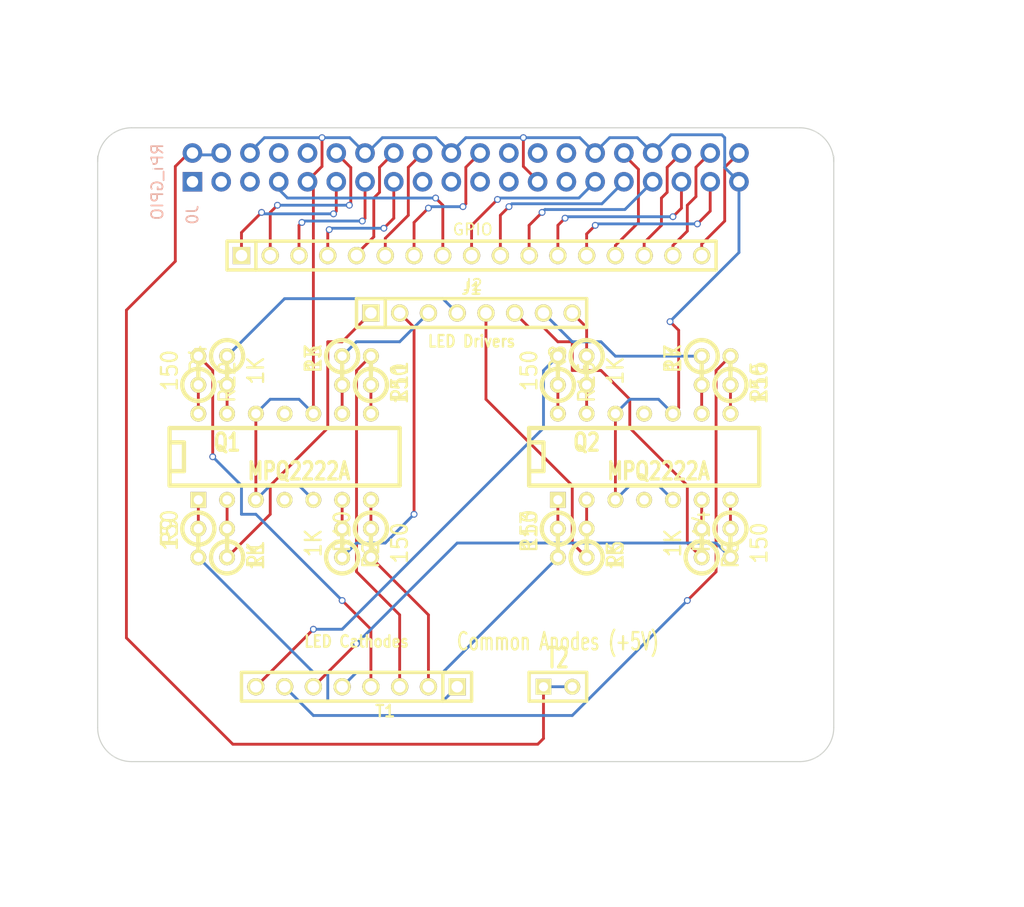
<source format=kicad_pcb>
(kicad_pcb (version 3) (host pcbnew "(2013-june-11)-stable")

  (general
    (links 67)
    (no_connects 0)
    (area 29.28939 20.694 130.847429 101.769)
    (thickness 1.6)
    (drawings 16)
    (tracks 277)
    (zones 0)
    (modules 27)
    (nets 52)
  )

  (page USLetter)
  (title_block 
    (company "Deepwoods Software")
  )

  (layers
    (15 F.Cu signal)
    (0 B.Cu signal)
    (16 B.Adhes user)
    (17 F.Adhes user)
    (18 B.Paste user)
    (19 F.Paste user)
    (20 B.SilkS user)
    (21 F.SilkS user)
    (22 B.Mask user)
    (23 F.Mask user)
    (24 Dwgs.User user)
    (25 Cmts.User user)
    (26 Eco1.User user)
    (27 Eco2.User user)
    (28 Edge.Cuts user)
  )

  (setup
    (last_trace_width 0.25)
    (user_trace_width 0.01)
    (user_trace_width 0.02)
    (user_trace_width 0.05)
    (user_trace_width 0.1)
    (user_trace_width 0.2)
    (trace_clearance 0.2)
    (zone_clearance 0.508)
    (zone_45_only no)
    (trace_min 0.01)
    (segment_width 0.2)
    (edge_width 0.1)
    (via_size 0.6)
    (via_drill 0.4)
    (via_min_size 0.4)
    (via_min_drill 0.3)
    (uvia_size 0.3)
    (uvia_drill 0.1)
    (uvias_allowed no)
    (uvia_min_size 0.2)
    (uvia_min_drill 0.1)
    (pcb_text_width 0.3)
    (pcb_text_size 1.5 1.5)
    (mod_edge_width 0.15)
    (mod_text_size 1 1)
    (mod_text_width 0.15)
    (pad_size 1.524 1.524)
    (pad_drill 1.016)
    (pad_to_mask_clearance 0)
    (aux_axis_origin 0 0)
    (visible_elements 7FFEFFFF)
    (pcbplotparams
      (layerselection 3178497)
      (usegerberextensions false)
      (excludeedgelayer true)
      (linewidth 0.100000)
      (plotframeref false)
      (viasonmask false)
      (mode 1)
      (useauxorigin false)
      (hpglpennumber 1)
      (hpglpenspeed 20)
      (hpglpendiameter 15)
      (hpglpenoverlay 2)
      (psnegative false)
      (psa4output false)
      (plotreference true)
      (plotvalue true)
      (plotothertext true)
      (plotinvisibletext false)
      (padsonsilk false)
      (subtractmaskfromsilk false)
      (outputformat 1)
      (mirror false)
      (drillshape 0)
      (scaleselection 1)
      (outputdirectory meta/))
  )

  (net 0 "")
  (net 1 "BCM12, wPi 26")
  (net 2 "BCM13, wPi 23")
  (net 3 "BCM16, wPi 27")
  (net 4 "BCM17, wPi 0")
  (net 5 "BCM18, wPi 1")
  (net 6 "BCM19, wPi 24")
  (net 7 "BCM20, wPi 28")
  (net 8 "BCM21, wPi 29")
  (net 9 "BCM22, wPi 3")
  (net 10 "BCM23, Wpi 4")
  (net 11 "BCM24, wPi 5")
  (net 12 "BCM25, wPi 6")
  (net 13 "BCM26, wPi 25")
  (net 14 "BCM27, wPi 2")
  (net 15 "BCM4, wPi 7")
  (net 16 "BCM5, wPi 21")
  (net 17 "BCM6, wPi 22")
  (net 18 GND)
  (net 19 N-000001)
  (net 20 N-0000010)
  (net 21 N-0000011)
  (net 22 N-0000012)
  (net 23 N-0000013)
  (net 24 N-0000014)
  (net 25 N-0000015)
  (net 26 N-0000016)
  (net 27 N-0000017)
  (net 28 N-000002)
  (net 29 N-000003)
  (net 30 N-0000034)
  (net 31 N-0000035)
  (net 32 N-0000036)
  (net 33 N-0000037)
  (net 34 N-0000039)
  (net 35 N-000004)
  (net 36 N-0000040)
  (net 37 N-0000041)
  (net 38 N-0000042)
  (net 39 N-0000056)
  (net 40 N-0000057)
  (net 41 N-0000058)
  (net 42 N-0000059)
  (net 43 N-000006)
  (net 44 N-0000060)
  (net 45 N-0000061)
  (net 46 N-0000062)
  (net 47 N-0000063)
  (net 48 N-0000064)
  (net 49 N-000007)
  (net 50 N-000008)
  (net 51 N-000009)

  (net_class Default "This is the default net class."
    (clearance 0.2)
    (trace_width 0.25)
    (via_dia 0.6)
    (via_drill 0.4)
    (uvia_dia 0.3)
    (uvia_drill 0.1)
    (add_net "")
    (add_net "BCM12, wPi 26")
    (add_net "BCM13, wPi 23")
    (add_net "BCM16, wPi 27")
    (add_net "BCM17, wPi 0")
    (add_net "BCM18, wPi 1")
    (add_net "BCM19, wPi 24")
    (add_net "BCM20, wPi 28")
    (add_net "BCM21, wPi 29")
    (add_net "BCM22, wPi 3")
    (add_net "BCM23, Wpi 4")
    (add_net "BCM24, wPi 5")
    (add_net "BCM25, wPi 6")
    (add_net "BCM26, wPi 25")
    (add_net "BCM27, wPi 2")
    (add_net "BCM4, wPi 7")
    (add_net "BCM5, wPi 21")
    (add_net "BCM6, wPi 22")
    (add_net GND)
    (add_net N-000001)
    (add_net N-0000010)
    (add_net N-0000011)
    (add_net N-0000012)
    (add_net N-0000013)
    (add_net N-0000014)
    (add_net N-0000015)
    (add_net N-0000016)
    (add_net N-0000017)
    (add_net N-000002)
    (add_net N-000003)
    (add_net N-0000034)
    (add_net N-0000035)
    (add_net N-0000036)
    (add_net N-0000037)
    (add_net N-0000039)
    (add_net N-000004)
    (add_net N-0000040)
    (add_net N-0000041)
    (add_net N-0000042)
    (add_net N-0000056)
    (add_net N-0000057)
    (add_net N-0000058)
    (add_net N-0000059)
    (add_net N-000006)
    (add_net N-0000060)
    (add_net N-0000061)
    (add_net N-0000062)
    (add_net N-0000063)
    (add_net N-0000064)
    (add_net N-000007)
    (add_net N-000008)
    (add_net N-000009)
  )

  (module RPi_Hat:Pin_Header_Straight_2x20   locked (layer B.Cu) (tedit 580FA54B) (tstamp 5516AEA0)
    (at 70.601 35.394 90)
    (descr "Through hole pin header")
    (tags "pin header")
    (path /5516AE26)
    (fp_text reference J0 (at -4.191 -24.13 90) (layer B.SilkS)
      (effects (font (size 1 1) (thickness 0.15)) (justify mirror))
    )
    (fp_text value RPi_GPIO (at -1.27 -27.23 90) (layer B.SilkS)
      (effects (font (size 1 1) (thickness 0.15)) (justify mirror))
    )
    (fp_line (start -3.02 -25.88) (end -3.02 25.92) (layer Cmts.User) (width 0.05))
    (fp_line (start 3.03 -25.88) (end 3.03 25.92) (layer Cmts.User) (width 0.05))
    (fp_line (start -3.02 -25.88) (end 3.03 -25.88) (layer Cmts.User) (width 0.05))
    (fp_line (start -3.02 25.92) (end 3.03 25.92) (layer Cmts.User) (width 0.05))
    (fp_line (start 2.54 25.4) (end 2.54 -25.4) (layer Cmts.User) (width 0.15))
    (fp_line (start -2.54 -22.86) (end -2.54 25.4) (layer Cmts.User) (width 0.15))
    (fp_line (start 2.54 25.4) (end -2.54 25.4) (layer Cmts.User) (width 0.15))
    (fp_line (start 2.54 -25.4) (end 0 -25.4) (layer Cmts.User) (width 0.15))
    (fp_line (start -1.27 -25.68) (end -2.82 -25.68) (layer Cmts.User) (width 0.15))
    (fp_line (start 0 -25.4) (end 0 -22.86) (layer Cmts.User) (width 0.15))
    (fp_line (start 0 -22.86) (end -2.54 -22.86) (layer Cmts.User) (width 0.15))
    (fp_line (start -2.82 -25.68) (end -2.82 -24.13) (layer Cmts.User) (width 0.15))
    (pad 1 thru_hole rect (at -1.27 -24.13 90) (size 1.7272 1.7272) (drill 1.016)
      (layers *.Cu *.Mask)
    )
    (pad 2 thru_hole oval (at 1.27 -24.13 90) (size 1.7272 1.7272) (drill 1.016)
      (layers *.Cu *.Mask)
      (net 39 N-0000056)
    )
    (pad 3 thru_hole oval (at -1.27 -21.59 90) (size 1.7272 1.7272) (drill 1.016)
      (layers *.Cu *.Mask)
    )
    (pad 4 thru_hole oval (at 1.27 -21.59 90) (size 1.7272 1.7272) (drill 1.016)
      (layers *.Cu *.Mask)
      (net 39 N-0000056)
    )
    (pad 5 thru_hole oval (at -1.27 -19.05 90) (size 1.7272 1.7272) (drill 1.016)
      (layers *.Cu *.Mask)
    )
    (pad 6 thru_hole oval (at 1.27 -19.05 90) (size 1.7272 1.7272) (drill 1.016)
      (layers *.Cu *.Mask)
      (net 18 GND)
    )
    (pad 7 thru_hole oval (at -1.27 -16.51 90) (size 1.7272 1.7272) (drill 1.016)
      (layers *.Cu *.Mask)
      (net 15 "BCM4, wPi 7")
    )
    (pad 8 thru_hole oval (at 1.27 -16.51 90) (size 1.7272 1.7272) (drill 1.016)
      (layers *.Cu *.Mask)
    )
    (pad 9 thru_hole oval (at -1.27 -13.97 90) (size 1.7272 1.7272) (drill 1.016)
      (layers *.Cu *.Mask)
      (net 18 GND)
    )
    (pad 10 thru_hole oval (at 1.27 -13.97 90) (size 1.7272 1.7272) (drill 1.016)
      (layers *.Cu *.Mask)
    )
    (pad 11 thru_hole oval (at -1.27 -11.43 90) (size 1.7272 1.7272) (drill 1.016)
      (layers *.Cu *.Mask)
      (net 4 "BCM17, wPi 0")
    )
    (pad 12 thru_hole oval (at 1.27 -11.43 90) (size 1.7272 1.7272) (drill 1.016)
      (layers *.Cu *.Mask)
      (net 5 "BCM18, wPi 1")
    )
    (pad 13 thru_hole oval (at -1.27 -8.89 90) (size 1.7272 1.7272) (drill 1.016)
      (layers *.Cu *.Mask)
      (net 14 "BCM27, wPi 2")
    )
    (pad 14 thru_hole oval (at 1.27 -8.89 90) (size 1.7272 1.7272) (drill 1.016)
      (layers *.Cu *.Mask)
      (net 18 GND)
    )
    (pad 15 thru_hole oval (at -1.27 -6.35 90) (size 1.7272 1.7272) (drill 1.016)
      (layers *.Cu *.Mask)
      (net 9 "BCM22, wPi 3")
    )
    (pad 16 thru_hole oval (at 1.27 -6.35 90) (size 1.7272 1.7272) (drill 1.016)
      (layers *.Cu *.Mask)
      (net 10 "BCM23, Wpi 4")
    )
    (pad 17 thru_hole oval (at -1.27 -3.81 90) (size 1.7272 1.7272) (drill 1.016)
      (layers *.Cu *.Mask)
    )
    (pad 18 thru_hole oval (at 1.27 -3.81 90) (size 1.7272 1.7272) (drill 1.016)
      (layers *.Cu *.Mask)
      (net 11 "BCM24, wPi 5")
    )
    (pad 19 thru_hole oval (at -1.27 -1.27 90) (size 1.7272 1.7272) (drill 1.016)
      (layers *.Cu *.Mask)
    )
    (pad 20 thru_hole oval (at 1.27 -1.27 90) (size 1.7272 1.7272) (drill 1.016)
      (layers *.Cu *.Mask)
      (net 18 GND)
    )
    (pad 21 thru_hole oval (at -1.27 1.27 90) (size 1.7272 1.7272) (drill 1.016)
      (layers *.Cu *.Mask)
    )
    (pad 22 thru_hole oval (at 1.27 1.27 90) (size 1.7272 1.7272) (drill 1.016)
      (layers *.Cu *.Mask)
      (net 12 "BCM25, wPi 6")
    )
    (pad 23 thru_hole oval (at -1.27 3.81 90) (size 1.7272 1.7272) (drill 1.016)
      (layers *.Cu *.Mask)
    )
    (pad 24 thru_hole oval (at 1.27 3.81 90) (size 1.7272 1.7272) (drill 1.016)
      (layers *.Cu *.Mask)
    )
    (pad 25 thru_hole oval (at -1.27 6.35 90) (size 1.7272 1.7272) (drill 1.016)
      (layers *.Cu *.Mask)
      (net 18 GND)
    )
    (pad 26 thru_hole oval (at 1.27 6.35 90) (size 1.7272 1.7272) (drill 1.016)
      (layers *.Cu *.Mask)
    )
    (pad 27 thru_hole oval (at -1.27 8.89 90) (size 1.7272 1.7272) (drill 1.016)
      (layers *.Cu *.Mask)
    )
    (pad 28 thru_hole oval (at 1.27 8.89 90) (size 1.7272 1.7272) (drill 1.016)
      (layers *.Cu *.Mask)
    )
    (pad 29 thru_hole oval (at -1.27 11.43 90) (size 1.7272 1.7272) (drill 1.016)
      (layers *.Cu *.Mask)
      (net 16 "BCM5, wPi 21")
    )
    (pad 30 thru_hole oval (at 1.27 11.43 90) (size 1.7272 1.7272) (drill 1.016)
      (layers *.Cu *.Mask)
      (net 18 GND)
    )
    (pad 31 thru_hole oval (at -1.27 13.97 90) (size 1.7272 1.7272) (drill 1.016)
      (layers *.Cu *.Mask)
      (net 17 "BCM6, wPi 22")
    )
    (pad 32 thru_hole oval (at 1.27 13.97 90) (size 1.7272 1.7272) (drill 1.016)
      (layers *.Cu *.Mask)
      (net 1 "BCM12, wPi 26")
    )
    (pad 33 thru_hole oval (at -1.27 16.51 90) (size 1.7272 1.7272) (drill 1.016)
      (layers *.Cu *.Mask)
      (net 2 "BCM13, wPi 23")
    )
    (pad 34 thru_hole oval (at 1.27 16.51 90) (size 1.7272 1.7272) (drill 1.016)
      (layers *.Cu *.Mask)
      (net 18 GND)
    )
    (pad 35 thru_hole oval (at -1.27 19.05 90) (size 1.7272 1.7272) (drill 1.016)
      (layers *.Cu *.Mask)
      (net 6 "BCM19, wPi 24")
    )
    (pad 36 thru_hole oval (at 1.27 19.05 90) (size 1.7272 1.7272) (drill 1.016)
      (layers *.Cu *.Mask)
      (net 3 "BCM16, wPi 27")
    )
    (pad 37 thru_hole oval (at -1.27 21.59 90) (size 1.7272 1.7272) (drill 1.016)
      (layers *.Cu *.Mask)
      (net 13 "BCM26, wPi 25")
    )
    (pad 38 thru_hole oval (at 1.27 21.59 90) (size 1.7272 1.7272) (drill 1.016)
      (layers *.Cu *.Mask)
      (net 7 "BCM20, wPi 28")
    )
    (pad 39 thru_hole oval (at -1.27 24.13 90) (size 1.7272 1.7272) (drill 1.016)
      (layers *.Cu *.Mask)
      (net 18 GND)
    )
    (pad 40 thru_hole oval (at 1.27 24.13 90) (size 1.7272 1.7272) (drill 1.016)
      (layers *.Cu *.Mask)
      (net 8 "BCM21, wPi 29")
    )
    (model walter/pin_strip/pin_socket_20x2.wrl
      (at (xyz 0 0 0))
      (scale (xyz 1 1 1))
      (rotate (xyz 0 0 90))
    )
    (model walter/pin_strip/pin_strip_20x2.wrl
      (at (xyz 0 0 0.03125))
      (scale (xyz 1 1 1))
      (rotate (xyz 180 0 90))
    )
  )

  (module RPi_Hat:RPi_Hat_Mounting_Hole   locked (layer B.Cu) (tedit 580FABD5) (tstamp 5515DEA9)
    (at 99.601 35.394)
    (descr "Mounting hole, Befestigungsbohrung, 2,7mm, No Annular, Kein Restring,")
    (tags "Mounting hole, Befestigungsbohrung, 2,7mm, No Annular, Kein Restring,")
    (fp_text reference H2 (at 0 -4.0005) (layer B.SilkS) hide
      (effects (font (size 1 1) (thickness 0.15)) (justify mirror))
    )
    (fp_text value "" (at 0.09906 3.59918) (layer B.SilkS) hide
      (effects (font (size 1 1) (thickness 0.15)) (justify mirror))
    )
    (fp_circle (center 0 0) (end 1.375 0) (layer Cmts.User) (width 0.15))
    (fp_circle (center 0 0) (end 3.1 0) (layer Cmts.User) (width 0.15))
    (fp_circle (center 0 0) (end 3.1 0) (layer Cmts.User) (width 0.15))
    (fp_circle (center 0 0) (end 1.375 0) (layer Cmts.User) (width 0.15))
    (fp_circle (center 0 0) (end 3.1 0) (layer Cmts.User) (width 0.15))
    (fp_circle (center 0 0) (end 3.1 0) (layer Cmts.User) (width 0.15))
    (pad "" np_thru_hole circle (at 0 0) (size 2.75 2.75) (drill 2.75)
      (layers *.Cu *.Mask)
      (solder_mask_margin 1.725)
      (clearance 1.725)
    )
  )

  (module RPi_Hat:RPi_Hat_Mounting_Hole   locked (layer B.Cu) (tedit 580FABF4) (tstamp 55169DC9)
    (at 99.601 84.394)
    (descr "Mounting hole, Befestigungsbohrung, 2,7mm, No Annular, Kein Restring,")
    (tags "Mounting hole, Befestigungsbohrung, 2,7mm, No Annular, Kein Restring,")
    (fp_text reference H4 (at 0 -4.0005) (layer B.SilkS) hide
      (effects (font (size 1 1) (thickness 0.15)) (justify mirror))
    )
    (fp_text value "" (at 0.09906 3.59918) (layer B.SilkS) hide
      (effects (font (size 1 1) (thickness 0.15)) (justify mirror))
    )
    (fp_circle (center 0 0) (end 1.375 0) (layer Cmts.User) (width 0.15))
    (fp_circle (center 0 0) (end 3.1 0) (layer Cmts.User) (width 0.15))
    (fp_circle (center 0 0) (end 3.1 0) (layer Cmts.User) (width 0.15))
    (fp_circle (center 0 0) (end 1.375 0) (layer Cmts.User) (width 0.15))
    (fp_circle (center 0 0) (end 3.1 0) (layer Cmts.User) (width 0.15))
    (fp_circle (center 0 0) (end 3.1 0) (layer Cmts.User) (width 0.15))
    (pad "" np_thru_hole circle (at 0 0) (size 2.75 2.75) (drill 2.75)
      (layers *.Cu *.Mask)
      (solder_mask_margin 1.725)
      (clearance 1.725)
    )
  )

  (module RPi_Hat:RPi_Hat_Mounting_Hole   locked (layer B.Cu) (tedit 580FABE5) (tstamp 5515DECC)
    (at 41.601 84.394)
    (descr "Mounting hole, Befestigungsbohrung, 2,7mm, No Annular, Kein Restring,")
    (tags "Mounting hole, Befestigungsbohrung, 2,7mm, No Annular, Kein Restring,")
    (fp_text reference H3 (at 0 -4.0005) (layer B.SilkS) hide
      (effects (font (size 1 1) (thickness 0.15)) (justify mirror))
    )
    (fp_text value "" (at 0.09906 3.59918) (layer B.SilkS) hide
      (effects (font (size 1 1) (thickness 0.15)) (justify mirror))
    )
    (fp_circle (center 0 0) (end 1.375 0) (layer Cmts.User) (width 0.15))
    (fp_circle (center 0 0) (end 3.1 0) (layer Cmts.User) (width 0.15))
    (fp_circle (center 0 0) (end 3.1 0) (layer Cmts.User) (width 0.15))
    (fp_circle (center 0 0) (end 1.375 0) (layer Cmts.User) (width 0.15))
    (fp_circle (center 0 0) (end 3.1 0) (layer Cmts.User) (width 0.15))
    (fp_circle (center 0 0) (end 3.1 0) (layer Cmts.User) (width 0.15))
    (pad "" np_thru_hole circle (at 0 0) (size 2.75 2.75) (drill 2.75)
      (layers *.Cu *.Mask)
      (solder_mask_margin 1.725)
      (clearance 1.725)
    )
  )

  (module RPi_Hat:RPi_Hat_Mounting_Hole   locked (layer B.Cu) (tedit 580FABC5) (tstamp 5515DEBF)
    (at 41.601 35.394)
    (descr "Mounting hole, Befestigungsbohrung, 2,7mm, No Annular, Kein Restring,")
    (tags "Mounting hole, Befestigungsbohrung, 2,7mm, No Annular, Kein Restring,")
    (fp_text reference H1 (at 0 -4.0005) (layer B.SilkS) hide
      (effects (font (size 1 1) (thickness 0.15)) (justify mirror))
    )
    (fp_text value "" (at 0.09906 3.59918) (layer B.SilkS) hide
      (effects (font (size 1 1) (thickness 0.15)) (justify mirror))
    )
    (fp_circle (center 0 0) (end 1.375 0) (layer Cmts.User) (width 0.15))
    (fp_circle (center 0 0) (end 3.1 0) (layer Cmts.User) (width 0.15))
    (fp_circle (center 0 0) (end 3.1 0) (layer Cmts.User) (width 0.15))
    (fp_circle (center 0 0) (end 1.375 0) (layer Cmts.User) (width 0.15))
    (fp_circle (center 0 0) (end 3.1 0) (layer Cmts.User) (width 0.15))
    (fp_circle (center 0 0) (end 3.1 0) (layer Cmts.User) (width 0.15))
    (pad "" np_thru_hole circle (at 0 0) (size 2.75 2.75) (drill 2.75)
      (layers *.Cu *.Mask)
      (solder_mask_margin 1.725)
      (clearance 1.725)
    )
  )

  (module TE_282834-2 (layer F.Cu) (tedit 59D2F932) (tstamp 59D3B04C)
    (at 78.74 81.28)
    (descr "TE Fixed Terminal Block 2 pins")
    (tags "CONN DEV")
    (path /59D2E19F)
    (fp_text reference T2 (at 0 -2.54) (layer F.SilkS)
      (effects (font (size 1.72974 1.08712) (thickness 0.3048)))
    )
    (fp_text value "Common Anodes (+5V)" (at 0 -4) (layer F.SilkS)
      (effects (font (size 1.524 1.016) (thickness 0.2)))
    )
    (fp_line (start -2.54 1.27) (end -2.54 -1.27) (layer F.SilkS) (width 0.3048))
    (fp_line (start -2.54 -1.27) (end 2.54 -1.27) (layer F.SilkS) (width 0.3048))
    (fp_line (start 2.54 -1.27) (end 2.54 1.27) (layer F.SilkS) (width 0.3048))
    (fp_line (start 2.54 1.27) (end -2.54 1.27) (layer F.SilkS) (width 0.3048))
    (pad 1 thru_hole rect (at -1.27 0) (size 1.397 1.397) (drill 0.8128)
      (layers *.Cu *.Mask F.SilkS)
      (net 39 N-0000056)
    )
    (pad 2 thru_hole circle (at 1.27 0) (size 1.397 1.397) (drill 0.8128)
      (layers *.Cu *.Mask F.SilkS)
      (net 39 N-0000056)
    )
    (model walter/conn_screw/mors_2p.wrl
      (at (xyz 0 0 0))
      (scale (xyz 0.5 0.5 0.5))
      (rotate (xyz 0 0 180))
    )
  )

  (module ScrewTerm2.54-8 (layer F.Cu) (tedit 59D2F8F9) (tstamp 59D3B283)
    (at 63.5 81.28 180)
    (descr "Connecteur 6 pins")
    (tags "CONN DEV")
    (path /59D2E169)
    (fp_text reference T1 (at 0 -2.159 180) (layer F.SilkS)
      (effects (font (size 1.016 1.016) (thickness 0.2032)))
    )
    (fp_text value "LED Cathodes" (at 2.54 4 180) (layer F.SilkS)
      (effects (font (size 1.016 0.889) (thickness 0.2032)))
    )
    (fp_line (start -7.62 1.27) (end -7.62 -1.27) (layer F.SilkS) (width 0.3048))
    (fp_line (start -7.62 -1.27) (end 12.7 -1.27) (layer F.SilkS) (width 0.3048))
    (fp_line (start 12.7 -1.27) (end 12.7 1.27) (layer F.SilkS) (width 0.3048))
    (fp_line (start 12.7 1.27) (end -7.62 1.27) (layer F.SilkS) (width 0.3048))
    (fp_line (start -5.08 1.27) (end -5.08 -1.27) (layer F.SilkS) (width 0.3048))
    (pad 1 thru_hole rect (at -6.35 0 180) (size 1.524 1.524) (drill 1.016)
      (layers *.Cu *.Mask F.SilkS)
      (net 29 N-000003)
    )
    (pad 2 thru_hole circle (at -3.81 0 180) (size 1.524 1.524) (drill 1.016)
      (layers *.Cu *.Mask F.SilkS)
      (net 28 N-000002)
    )
    (pad 3 thru_hole circle (at -1.27 0 180) (size 1.524 1.524) (drill 1.016)
      (layers *.Cu *.Mask F.SilkS)
      (net 19 N-000001)
    )
    (pad 4 thru_hole circle (at 1.27 0 180) (size 1.524 1.524) (drill 1.016)
      (layers *.Cu *.Mask F.SilkS)
      (net 35 N-000004)
    )
    (pad 5 thru_hole circle (at 3.81 0 180) (size 1.524 1.524) (drill 1.016)
      (layers *.Cu *.Mask F.SilkS)
      (net 21 N-0000011)
    )
    (pad 6 thru_hole circle (at 6.35 0 180) (size 1.524 1.524) (drill 1.016)
      (layers *.Cu *.Mask F.SilkS)
      (net 22 N-0000012)
    )
    (pad 7 thru_hole circle (at 8.89 0 180) (size 1.524 1.524) (drill 1.016)
      (layers *.Cu *.Mask F.SilkS)
      (net 23 N-0000013)
    )
    (pad 8 thru_hole circle (at 11.43 0 180) (size 1.524 1.524) (drill 1.016)
      (layers *.Cu *.Mask F.SilkS)
      (net 24 N-0000014)
    )
    (model walter/conn_screw/mors_8p.wrl
      (at (xyz 0.1 0 0))
      (scale (xyz 0.5 0.5 0.5))
      (rotate (xyz 0 0 0))
    )
  )

  (module R1 (layer F.Cu) (tedit 59D2F740) (tstamp 59D3B065)
    (at 78.74 53.34 90)
    (descr "Resistance verticale")
    (tags R)
    (path /59D2E0D2)
    (autoplace_cost90 10)
    (autoplace_cost180 10)
    (fp_text reference R16 (at -1.016 2.54 90) (layer F.SilkS)
      (effects (font (size 1.397 1.27) (thickness 0.2032)))
    )
    (fp_text value 150 (at 0 -2.54 90) (layer F.SilkS)
      (effects (font (size 1.397 1.27) (thickness 0.2032)))
    )
    (fp_line (start -1.27 0) (end 1.27 0) (layer F.SilkS) (width 0.381))
    (fp_circle (center -1.27 0) (end -0.635 1.27) (layer F.SilkS) (width 0.381))
    (pad 1 thru_hole circle (at -1.27 0 90) (size 1.397 1.397) (drill 0.8128)
      (layers *.Cu *.Mask F.SilkS)
      (net 45 N-0000061)
    )
    (pad 2 thru_hole circle (at 1.27 0 90) (size 1.397 1.397) (drill 0.8128)
      (layers *.Cu *.Mask F.SilkS)
      (net 24 N-0000014)
    )
    (model discret/verti_resistor.wrl
      (at (xyz 0 0 0))
      (scale (xyz 1 1 1))
      (rotate (xyz 0 0 0))
    )
  )

  (module R1 (layer F.Cu) (tedit 59D2F750) (tstamp 59D3B06D)
    (at 81.28 53.34 270)
    (descr "Resistance verticale")
    (tags R)
    (path /59D2E0CC)
    (autoplace_cost90 10)
    (autoplace_cost180 10)
    (fp_text reference R8 (at -1.016 2.54 270) (layer F.SilkS)
      (effects (font (size 1.397 1.27) (thickness 0.2032)))
    )
    (fp_text value 1K (at 0 -2.54 270) (layer F.SilkS)
      (effects (font (size 1.397 1.27) (thickness 0.2032)))
    )
    (fp_line (start -1.27 0) (end 1.27 0) (layer F.SilkS) (width 0.381))
    (fp_circle (center -1.27 0) (end -0.635 1.27) (layer F.SilkS) (width 0.381))
    (pad 1 thru_hole circle (at -1.27 0 270) (size 1.397 1.397) (drill 0.8128)
      (layers *.Cu *.Mask F.SilkS)
      (net 25 N-0000015)
    )
    (pad 2 thru_hole circle (at 1.27 0 270) (size 1.397 1.397) (drill 0.8128)
      (layers *.Cu *.Mask F.SilkS)
      (net 46 N-0000062)
    )
    (model discret/verti_resistor.wrl
      (at (xyz 0 0 0))
      (scale (xyz 1 1 1))
      (rotate (xyz 0 0 0))
    )
  )

  (module R1 (layer F.Cu) (tedit 200000) (tstamp 59D3B075)
    (at 93.98 53.34 90)
    (descr "Resistance verticale")
    (tags R)
    (path /59D2E0B9)
    (autoplace_cost90 10)
    (autoplace_cost180 10)
    (fp_text reference R15 (at -1.016 2.54 90) (layer F.SilkS)
      (effects (font (size 1.397 1.27) (thickness 0.2032)))
    )
    (fp_text value 150 (at -1.143 2.54 90) (layer F.SilkS)
      (effects (font (size 1.397 1.27) (thickness 0.2032)))
    )
    (fp_line (start -1.27 0) (end 1.27 0) (layer F.SilkS) (width 0.381))
    (fp_circle (center -1.27 0) (end -0.635 1.27) (layer F.SilkS) (width 0.381))
    (pad 1 thru_hole circle (at -1.27 0 90) (size 1.397 1.397) (drill 0.8128)
      (layers *.Cu *.Mask F.SilkS)
      (net 47 N-0000063)
    )
    (pad 2 thru_hole circle (at 1.27 0 90) (size 1.397 1.397) (drill 0.8128)
      (layers *.Cu *.Mask F.SilkS)
      (net 23 N-0000013)
    )
    (model discret/verti_resistor.wrl
      (at (xyz 0 0 0))
      (scale (xyz 1 1 1))
      (rotate (xyz 0 0 0))
    )
  )

  (module R1 (layer F.Cu) (tedit 200000) (tstamp 59D3B07D)
    (at 91.44 53.34 270)
    (descr "Resistance verticale")
    (tags R)
    (path /59D2E0B3)
    (autoplace_cost90 10)
    (autoplace_cost180 10)
    (fp_text reference R7 (at -1.016 2.54 270) (layer F.SilkS)
      (effects (font (size 1.397 1.27) (thickness 0.2032)))
    )
    (fp_text value 1K (at -1.143 2.54 270) (layer F.SilkS)
      (effects (font (size 1.397 1.27) (thickness 0.2032)))
    )
    (fp_line (start -1.27 0) (end 1.27 0) (layer F.SilkS) (width 0.381))
    (fp_circle (center -1.27 0) (end -0.635 1.27) (layer F.SilkS) (width 0.381))
    (pad 1 thru_hole circle (at -1.27 0 270) (size 1.397 1.397) (drill 0.8128)
      (layers *.Cu *.Mask F.SilkS)
      (net 26 N-0000016)
    )
    (pad 2 thru_hole circle (at 1.27 0 270) (size 1.397 1.397) (drill 0.8128)
      (layers *.Cu *.Mask F.SilkS)
      (net 48 N-0000064)
    )
    (model discret/verti_resistor.wrl
      (at (xyz 0 0 0))
      (scale (xyz 1 1 1))
      (rotate (xyz 0 0 0))
    )
  )

  (module R1 (layer F.Cu) (tedit 59D2F71A) (tstamp 59D3B085)
    (at 93.98 68.58 270)
    (descr "Resistance verticale")
    (tags R)
    (path /59D2E0A0)
    (autoplace_cost90 10)
    (autoplace_cost180 10)
    (fp_text reference R14 (at -1.016 2.54 270) (layer F.SilkS)
      (effects (font (size 1.397 1.27) (thickness 0.2032)))
    )
    (fp_text value 150 (at 0 -2.54 270) (layer F.SilkS)
      (effects (font (size 1.397 1.27) (thickness 0.2032)))
    )
    (fp_line (start -1.27 0) (end 1.27 0) (layer F.SilkS) (width 0.381))
    (fp_circle (center -1.27 0) (end -0.635 1.27) (layer F.SilkS) (width 0.381))
    (pad 1 thru_hole circle (at -1.27 0 270) (size 1.397 1.397) (drill 0.8128)
      (layers *.Cu *.Mask F.SilkS)
      (net 40 N-0000057)
    )
    (pad 2 thru_hole circle (at 1.27 0 270) (size 1.397 1.397) (drill 0.8128)
      (layers *.Cu *.Mask F.SilkS)
      (net 22 N-0000012)
    )
    (model discret/verti_resistor.wrl
      (at (xyz 0 0 0))
      (scale (xyz 1 1 1))
      (rotate (xyz 0 0 0))
    )
  )

  (module R1 (layer F.Cu) (tedit 59D2F72A) (tstamp 59D3B08D)
    (at 91.44 68.58 90)
    (descr "Resistance verticale")
    (tags R)
    (path /59D2E09A)
    (autoplace_cost90 10)
    (autoplace_cost180 10)
    (fp_text reference R6 (at -1.016 2.54 90) (layer F.SilkS)
      (effects (font (size 1.397 1.27) (thickness 0.2032)))
    )
    (fp_text value 1K (at 0 -2.54 90) (layer F.SilkS)
      (effects (font (size 1.397 1.27) (thickness 0.2032)))
    )
    (fp_line (start -1.27 0) (end 1.27 0) (layer F.SilkS) (width 0.381))
    (fp_circle (center -1.27 0) (end -0.635 1.27) (layer F.SilkS) (width 0.381))
    (pad 1 thru_hole circle (at -1.27 0 90) (size 1.397 1.397) (drill 0.8128)
      (layers *.Cu *.Mask F.SilkS)
      (net 27 N-0000017)
    )
    (pad 2 thru_hole circle (at 1.27 0 90) (size 1.397 1.397) (drill 0.8128)
      (layers *.Cu *.Mask F.SilkS)
      (net 41 N-0000058)
    )
    (model discret/verti_resistor.wrl
      (at (xyz 0 0 0))
      (scale (xyz 1 1 1))
      (rotate (xyz 0 0 0))
    )
  )

  (module R1 (layer F.Cu) (tedit 200000) (tstamp 59D3B095)
    (at 78.74 68.58 270)
    (descr "Resistance verticale")
    (tags R)
    (path /59D2E087)
    (autoplace_cost90 10)
    (autoplace_cost180 10)
    (fp_text reference R13 (at -1.016 2.54 270) (layer F.SilkS)
      (effects (font (size 1.397 1.27) (thickness 0.2032)))
    )
    (fp_text value 150 (at -1.143 2.54 270) (layer F.SilkS)
      (effects (font (size 1.397 1.27) (thickness 0.2032)))
    )
    (fp_line (start -1.27 0) (end 1.27 0) (layer F.SilkS) (width 0.381))
    (fp_circle (center -1.27 0) (end -0.635 1.27) (layer F.SilkS) (width 0.381))
    (pad 1 thru_hole circle (at -1.27 0 270) (size 1.397 1.397) (drill 0.8128)
      (layers *.Cu *.Mask F.SilkS)
      (net 42 N-0000059)
    )
    (pad 2 thru_hole circle (at 1.27 0 270) (size 1.397 1.397) (drill 0.8128)
      (layers *.Cu *.Mask F.SilkS)
      (net 21 N-0000011)
    )
    (model discret/verti_resistor.wrl
      (at (xyz 0 0 0))
      (scale (xyz 1 1 1))
      (rotate (xyz 0 0 0))
    )
  )

  (module R1 (layer F.Cu) (tedit 200000) (tstamp 59D3B09D)
    (at 81.28 68.58 90)
    (descr "Resistance verticale")
    (tags R)
    (path /59D2E081)
    (autoplace_cost90 10)
    (autoplace_cost180 10)
    (fp_text reference R5 (at -1.016 2.54 90) (layer F.SilkS)
      (effects (font (size 1.397 1.27) (thickness 0.2032)))
    )
    (fp_text value 1K (at -1.143 2.54 90) (layer F.SilkS)
      (effects (font (size 1.397 1.27) (thickness 0.2032)))
    )
    (fp_line (start -1.27 0) (end 1.27 0) (layer F.SilkS) (width 0.381))
    (fp_circle (center -1.27 0) (end -0.635 1.27) (layer F.SilkS) (width 0.381))
    (pad 1 thru_hole circle (at -1.27 0 90) (size 1.397 1.397) (drill 0.8128)
      (layers *.Cu *.Mask F.SilkS)
      (net 43 N-000006)
    )
    (pad 2 thru_hole circle (at 1.27 0 90) (size 1.397 1.397) (drill 0.8128)
      (layers *.Cu *.Mask F.SilkS)
      (net 44 N-0000060)
    )
    (model discret/verti_resistor.wrl
      (at (xyz 0 0 0))
      (scale (xyz 1 1 1))
      (rotate (xyz 0 0 0))
    )
  )

  (module R1 (layer F.Cu) (tedit 200000) (tstamp 59D3B0A5)
    (at 49.53 68.58 90)
    (descr "Resistance verticale")
    (tags R)
    (path /59D2DEBD)
    (autoplace_cost90 10)
    (autoplace_cost180 10)
    (fp_text reference R1 (at -1.016 2.54 90) (layer F.SilkS)
      (effects (font (size 1.397 1.27) (thickness 0.2032)))
    )
    (fp_text value 1K (at -1.143 2.54 90) (layer F.SilkS)
      (effects (font (size 1.397 1.27) (thickness 0.2032)))
    )
    (fp_line (start -1.27 0) (end 1.27 0) (layer F.SilkS) (width 0.381))
    (fp_circle (center -1.27 0) (end -0.635 1.27) (layer F.SilkS) (width 0.381))
    (pad 1 thru_hole circle (at -1.27 0 90) (size 1.397 1.397) (drill 0.8128)
      (layers *.Cu *.Mask F.SilkS)
      (net 20 N-0000010)
    )
    (pad 2 thru_hole circle (at 1.27 0 90) (size 1.397 1.397) (drill 0.8128)
      (layers *.Cu *.Mask F.SilkS)
      (net 33 N-0000037)
    )
    (model discret/verti_resistor.wrl
      (at (xyz 0 0 0))
      (scale (xyz 1 1 1))
      (rotate (xyz 0 0 0))
    )
  )

  (module R1 (layer F.Cu) (tedit 59D2F6BC) (tstamp 59D3B0AD)
    (at 46.99 53.34 90)
    (descr "Resistance verticale")
    (tags R)
    (path /59D2E06E)
    (autoplace_cost90 10)
    (autoplace_cost180 10)
    (fp_text reference R12 (at -1.016 2.54 90) (layer F.SilkS)
      (effects (font (size 1.397 1.27) (thickness 0.2032)))
    )
    (fp_text value 150 (at 0 -2.54 90) (layer F.SilkS)
      (effects (font (size 1.397 1.27) (thickness 0.2032)))
    )
    (fp_line (start -1.27 0) (end 1.27 0) (layer F.SilkS) (width 0.381))
    (fp_circle (center -1.27 0) (end -0.635 1.27) (layer F.SilkS) (width 0.381))
    (pad 1 thru_hole circle (at -1.27 0 90) (size 1.397 1.397) (drill 0.8128)
      (layers *.Cu *.Mask F.SilkS)
      (net 34 N-0000039)
    )
    (pad 2 thru_hole circle (at 1.27 0 90) (size 1.397 1.397) (drill 0.8128)
      (layers *.Cu *.Mask F.SilkS)
      (net 35 N-000004)
    )
    (model discret/verti_resistor.wrl
      (at (xyz 0 0 0))
      (scale (xyz 1 1 1))
      (rotate (xyz 0 0 0))
    )
  )

  (module R1 (layer F.Cu) (tedit 59D2F6A4) (tstamp 59D3B0B5)
    (at 49.53 53.34 270)
    (descr "Resistance verticale")
    (tags R)
    (path /59D2E068)
    (autoplace_cost90 10)
    (autoplace_cost180 10)
    (fp_text reference R4 (at -1.016 2.54 270) (layer F.SilkS)
      (effects (font (size 1.397 1.27) (thickness 0.2032)))
    )
    (fp_text value 1K (at 0 -2.54 270) (layer F.SilkS)
      (effects (font (size 1.397 1.27) (thickness 0.2032)))
    )
    (fp_line (start -1.27 0) (end 1.27 0) (layer F.SilkS) (width 0.381))
    (fp_circle (center -1.27 0) (end -0.635 1.27) (layer F.SilkS) (width 0.381))
    (pad 1 thru_hole circle (at -1.27 0 270) (size 1.397 1.397) (drill 0.8128)
      (layers *.Cu *.Mask F.SilkS)
      (net 49 N-000007)
    )
    (pad 2 thru_hole circle (at 1.27 0 270) (size 1.397 1.397) (drill 0.8128)
      (layers *.Cu *.Mask F.SilkS)
      (net 36 N-0000040)
    )
    (model discret/verti_resistor.wrl
      (at (xyz 0 0 0))
      (scale (xyz 1 1 1))
      (rotate (xyz 0 0 0))
    )
  )

  (module R1 (layer F.Cu) (tedit 200000) (tstamp 59D3B0BD)
    (at 62.23 53.34 90)
    (descr "Resistance verticale")
    (tags R)
    (path /59D2E055)
    (autoplace_cost90 10)
    (autoplace_cost180 10)
    (fp_text reference R11 (at -1.016 2.54 90) (layer F.SilkS)
      (effects (font (size 1.397 1.27) (thickness 0.2032)))
    )
    (fp_text value 150 (at -1.143 2.54 90) (layer F.SilkS)
      (effects (font (size 1.397 1.27) (thickness 0.2032)))
    )
    (fp_line (start -1.27 0) (end 1.27 0) (layer F.SilkS) (width 0.381))
    (fp_circle (center -1.27 0) (end -0.635 1.27) (layer F.SilkS) (width 0.381))
    (pad 1 thru_hole circle (at -1.27 0 90) (size 1.397 1.397) (drill 0.8128)
      (layers *.Cu *.Mask F.SilkS)
      (net 37 N-0000041)
    )
    (pad 2 thru_hole circle (at 1.27 0 90) (size 1.397 1.397) (drill 0.8128)
      (layers *.Cu *.Mask F.SilkS)
      (net 19 N-000001)
    )
    (model discret/verti_resistor.wrl
      (at (xyz 0 0 0))
      (scale (xyz 1 1 1))
      (rotate (xyz 0 0 0))
    )
  )

  (module R1 (layer F.Cu) (tedit 200000) (tstamp 59D3B0C5)
    (at 59.69 53.34 270)
    (descr "Resistance verticale")
    (tags R)
    (path /59D2E04F)
    (autoplace_cost90 10)
    (autoplace_cost180 10)
    (fp_text reference R3 (at -1.016 2.54 270) (layer F.SilkS)
      (effects (font (size 1.397 1.27) (thickness 0.2032)))
    )
    (fp_text value 1K (at -1.143 2.54 270) (layer F.SilkS)
      (effects (font (size 1.397 1.27) (thickness 0.2032)))
    )
    (fp_line (start -1.27 0) (end 1.27 0) (layer F.SilkS) (width 0.381))
    (fp_circle (center -1.27 0) (end -0.635 1.27) (layer F.SilkS) (width 0.381))
    (pad 1 thru_hole circle (at -1.27 0 270) (size 1.397 1.397) (drill 0.8128)
      (layers *.Cu *.Mask F.SilkS)
      (net 50 N-000008)
    )
    (pad 2 thru_hole circle (at 1.27 0 270) (size 1.397 1.397) (drill 0.8128)
      (layers *.Cu *.Mask F.SilkS)
      (net 38 N-0000042)
    )
    (model discret/verti_resistor.wrl
      (at (xyz 0 0 0))
      (scale (xyz 1 1 1))
      (rotate (xyz 0 0 0))
    )
  )

  (module R1 (layer F.Cu) (tedit 59D2F6F1) (tstamp 59D3B0CD)
    (at 62.23 68.58 270)
    (descr "Resistance verticale")
    (tags R)
    (path /59D2DFCF)
    (autoplace_cost90 10)
    (autoplace_cost180 10)
    (fp_text reference R10 (at -1.016 2.54 270) (layer F.SilkS)
      (effects (font (size 1.397 1.27) (thickness 0.2032)))
    )
    (fp_text value 150 (at 0 -2.54 270) (layer F.SilkS)
      (effects (font (size 1.397 1.27) (thickness 0.2032)))
    )
    (fp_line (start -1.27 0) (end 1.27 0) (layer F.SilkS) (width 0.381))
    (fp_circle (center -1.27 0) (end -0.635 1.27) (layer F.SilkS) (width 0.381))
    (pad 1 thru_hole circle (at -1.27 0 270) (size 1.397 1.397) (drill 0.8128)
      (layers *.Cu *.Mask F.SilkS)
      (net 30 N-0000034)
    )
    (pad 2 thru_hole circle (at 1.27 0 270) (size 1.397 1.397) (drill 0.8128)
      (layers *.Cu *.Mask F.SilkS)
      (net 28 N-000002)
    )
    (model discret/verti_resistor.wrl
      (at (xyz 0 0 0))
      (scale (xyz 1 1 1))
      (rotate (xyz 0 0 0))
    )
  )

  (module R1 (layer F.Cu) (tedit 59D2F6DC) (tstamp 59D3B0D5)
    (at 59.69 68.58 90)
    (descr "Resistance verticale")
    (tags R)
    (path /59D2DFC9)
    (autoplace_cost90 10)
    (autoplace_cost180 10)
    (fp_text reference R2 (at -1.016 2.54 90) (layer F.SilkS)
      (effects (font (size 1.397 1.27) (thickness 0.2032)))
    )
    (fp_text value 1K (at 0 -2.54 90) (layer F.SilkS)
      (effects (font (size 1.397 1.27) (thickness 0.2032)))
    )
    (fp_line (start -1.27 0) (end 1.27 0) (layer F.SilkS) (width 0.381))
    (fp_circle (center -1.27 0) (end -0.635 1.27) (layer F.SilkS) (width 0.381))
    (pad 1 thru_hole circle (at -1.27 0 90) (size 1.397 1.397) (drill 0.8128)
      (layers *.Cu *.Mask F.SilkS)
      (net 51 N-000009)
    )
    (pad 2 thru_hole circle (at 1.27 0 90) (size 1.397 1.397) (drill 0.8128)
      (layers *.Cu *.Mask F.SilkS)
      (net 31 N-0000035)
    )
    (model discret/verti_resistor.wrl
      (at (xyz 0 0 0))
      (scale (xyz 1 1 1))
      (rotate (xyz 0 0 0))
    )
  )

  (module R1 (layer F.Cu) (tedit 200000) (tstamp 59D3B0DD)
    (at 46.99 68.58 270)
    (descr "Resistance verticale")
    (tags R)
    (path /59D2DECC)
    (autoplace_cost90 10)
    (autoplace_cost180 10)
    (fp_text reference R9 (at -1.016 2.54 270) (layer F.SilkS)
      (effects (font (size 1.397 1.27) (thickness 0.2032)))
    )
    (fp_text value 150 (at -1.143 2.54 270) (layer F.SilkS)
      (effects (font (size 1.397 1.27) (thickness 0.2032)))
    )
    (fp_line (start -1.27 0) (end 1.27 0) (layer F.SilkS) (width 0.381))
    (fp_circle (center -1.27 0) (end -0.635 1.27) (layer F.SilkS) (width 0.381))
    (pad 1 thru_hole circle (at -1.27 0 270) (size 1.397 1.397) (drill 0.8128)
      (layers *.Cu *.Mask F.SilkS)
      (net 32 N-0000036)
    )
    (pad 2 thru_hole circle (at 1.27 0 270) (size 1.397 1.397) (drill 0.8128)
      (layers *.Cu *.Mask F.SilkS)
      (net 29 N-000003)
    )
    (model discret/verti_resistor.wrl
      (at (xyz 0 0 0))
      (scale (xyz 1 1 1))
      (rotate (xyz 0 0 0))
    )
  )

  (module PIN_HEADER-8X1 (layer F.Cu) (tedit 59D2F88B) (tstamp 59D3B0FF)
    (at 71.12 48.26)
    (descr "Connecteur 8 pins")
    (tags "CONN DEV")
    (path /59D2E184)
    (fp_text reference J1 (at 0 -2.159) (layer F.SilkS)
      (effects (font (size 1.016 1.016) (thickness 0.2032)))
    )
    (fp_text value "LED Drivers" (at 0 2.5) (layer F.SilkS)
      (effects (font (size 1.016 0.889) (thickness 0.2032)))
    )
    (fp_line (start -10.16 1.27) (end -10.16 -1.27) (layer F.SilkS) (width 0.3048))
    (fp_line (start -10.16 -1.27) (end 10.16 -1.27) (layer F.SilkS) (width 0.3048))
    (fp_line (start 10.16 -1.27) (end 10.16 1.27) (layer F.SilkS) (width 0.3048))
    (fp_line (start 10.16 1.27) (end -10.16 1.27) (layer F.SilkS) (width 0.3048))
    (fp_line (start -7.62 1.27) (end -7.62 -1.27) (layer F.SilkS) (width 0.3048))
    (pad 1 thru_hole rect (at -8.89 0) (size 1.524 1.524) (drill 1.016)
      (layers *.Cu *.Mask F.SilkS)
      (net 20 N-0000010)
    )
    (pad 2 thru_hole circle (at -6.35 0) (size 1.524 1.524) (drill 1.016)
      (layers *.Cu *.Mask F.SilkS)
      (net 51 N-000009)
    )
    (pad 3 thru_hole circle (at -3.81 0) (size 1.524 1.524) (drill 1.016)
      (layers *.Cu *.Mask F.SilkS)
      (net 50 N-000008)
    )
    (pad 4 thru_hole circle (at -1.27 0) (size 1.524 1.524) (drill 1.016)
      (layers *.Cu *.Mask F.SilkS)
      (net 49 N-000007)
    )
    (pad 5 thru_hole circle (at 1.27 0) (size 1.524 1.524) (drill 1.016)
      (layers *.Cu *.Mask F.SilkS)
      (net 43 N-000006)
    )
    (pad 6 thru_hole circle (at 3.81 0) (size 1.524 1.524) (drill 1.016)
      (layers *.Cu *.Mask F.SilkS)
      (net 27 N-0000017)
    )
    (pad 7 thru_hole circle (at 6.35 0) (size 1.524 1.524) (drill 1.016)
      (layers *.Cu *.Mask F.SilkS)
      (net 26 N-0000016)
    )
    (pad 8 thru_hole circle (at 8.89 0) (size 1.524 1.524) (drill 1.016)
      (layers *.Cu *.Mask F.SilkS)
      (net 25 N-0000015)
    )
    (model walter/pin_strip/pin_socket_8.wrl
      (at (xyz 0 0 0))
      (scale (xyz 1 1 1))
      (rotate (xyz 0 0 0))
    )
  )

  (module DIP-14__300 (layer F.Cu) (tedit 200000) (tstamp 59D3B118)
    (at 86.36 60.96)
    (descr "14 pins DIL package, round pads")
    (tags DIL)
    (path /59D2E07B)
    (fp_text reference Q2 (at -5.08 -1.27) (layer F.SilkS)
      (effects (font (size 1.524 1.143) (thickness 0.3048)))
    )
    (fp_text value MPQ2222A (at 1.27 1.27) (layer F.SilkS)
      (effects (font (size 1.524 1.143) (thickness 0.3048)))
    )
    (fp_line (start -10.16 -2.54) (end 10.16 -2.54) (layer F.SilkS) (width 0.381))
    (fp_line (start 10.16 2.54) (end -10.16 2.54) (layer F.SilkS) (width 0.381))
    (fp_line (start -10.16 2.54) (end -10.16 -2.54) (layer F.SilkS) (width 0.381))
    (fp_line (start -10.16 -1.27) (end -8.89 -1.27) (layer F.SilkS) (width 0.381))
    (fp_line (start -8.89 -1.27) (end -8.89 1.27) (layer F.SilkS) (width 0.381))
    (fp_line (start -8.89 1.27) (end -10.16 1.27) (layer F.SilkS) (width 0.381))
    (fp_line (start 10.16 -2.54) (end 10.16 2.54) (layer F.SilkS) (width 0.381))
    (pad 1 thru_hole rect (at -7.62 3.81) (size 1.397 1.397) (drill 0.8128)
      (layers *.Cu *.Mask F.SilkS)
      (net 42 N-0000059)
    )
    (pad 2 thru_hole circle (at -5.08 3.81) (size 1.397 1.397) (drill 0.8128)
      (layers *.Cu *.Mask F.SilkS)
      (net 44 N-0000060)
    )
    (pad 3 thru_hole circle (at -2.54 3.81) (size 1.397 1.397) (drill 0.8128)
      (layers *.Cu *.Mask F.SilkS)
      (net 18 GND)
    )
    (pad 4 thru_hole circle (at 0 3.81) (size 1.397 1.397) (drill 0.8128)
      (layers *.Cu *.Mask F.SilkS)
    )
    (pad 5 thru_hole circle (at 2.54 3.81) (size 1.397 1.397) (drill 0.8128)
      (layers *.Cu *.Mask F.SilkS)
      (net 18 GND)
    )
    (pad 6 thru_hole circle (at 5.08 3.81) (size 1.397 1.397) (drill 0.8128)
      (layers *.Cu *.Mask F.SilkS)
      (net 41 N-0000058)
    )
    (pad 7 thru_hole circle (at 7.62 3.81) (size 1.397 1.397) (drill 0.8128)
      (layers *.Cu *.Mask F.SilkS)
      (net 40 N-0000057)
    )
    (pad 8 thru_hole circle (at 7.62 -3.81) (size 1.397 1.397) (drill 0.8128)
      (layers *.Cu *.Mask F.SilkS)
      (net 47 N-0000063)
    )
    (pad 9 thru_hole circle (at 5.08 -3.81) (size 1.397 1.397) (drill 0.8128)
      (layers *.Cu *.Mask F.SilkS)
      (net 48 N-0000064)
    )
    (pad 10 thru_hole circle (at 2.54 -3.81) (size 1.397 1.397) (drill 0.8128)
      (layers *.Cu *.Mask F.SilkS)
      (net 18 GND)
    )
    (pad 11 thru_hole circle (at 0 -3.81) (size 1.397 1.397) (drill 0.8128)
      (layers *.Cu *.Mask F.SilkS)
    )
    (pad 12 thru_hole circle (at -2.54 -3.81) (size 1.397 1.397) (drill 0.8128)
      (layers *.Cu *.Mask F.SilkS)
      (net 18 GND)
    )
    (pad 13 thru_hole circle (at -5.08 -3.81) (size 1.397 1.397) (drill 0.8128)
      (layers *.Cu *.Mask F.SilkS)
      (net 46 N-0000062)
    )
    (pad 14 thru_hole circle (at -7.62 -3.81) (size 1.397 1.397) (drill 0.8128)
      (layers *.Cu *.Mask F.SilkS)
      (net 45 N-0000061)
    )
    (model dil/dil_14.wrl
      (at (xyz 0 0 0))
      (scale (xyz 1 1 1))
      (rotate (xyz 0 0 0))
    )
  )

  (module DIP-14__300 (layer F.Cu) (tedit 200000) (tstamp 59D3B131)
    (at 54.61 60.96)
    (descr "14 pins DIL package, round pads")
    (tags DIL)
    (path /59D2DE81)
    (fp_text reference Q1 (at -5.08 -1.27) (layer F.SilkS)
      (effects (font (size 1.524 1.143) (thickness 0.3048)))
    )
    (fp_text value MPQ2222A (at 1.27 1.27) (layer F.SilkS)
      (effects (font (size 1.524 1.143) (thickness 0.3048)))
    )
    (fp_line (start -10.16 -2.54) (end 10.16 -2.54) (layer F.SilkS) (width 0.381))
    (fp_line (start 10.16 2.54) (end -10.16 2.54) (layer F.SilkS) (width 0.381))
    (fp_line (start -10.16 2.54) (end -10.16 -2.54) (layer F.SilkS) (width 0.381))
    (fp_line (start -10.16 -1.27) (end -8.89 -1.27) (layer F.SilkS) (width 0.381))
    (fp_line (start -8.89 -1.27) (end -8.89 1.27) (layer F.SilkS) (width 0.381))
    (fp_line (start -8.89 1.27) (end -10.16 1.27) (layer F.SilkS) (width 0.381))
    (fp_line (start 10.16 -2.54) (end 10.16 2.54) (layer F.SilkS) (width 0.381))
    (pad 1 thru_hole rect (at -7.62 3.81) (size 1.397 1.397) (drill 0.8128)
      (layers *.Cu *.Mask F.SilkS)
      (net 32 N-0000036)
    )
    (pad 2 thru_hole circle (at -5.08 3.81) (size 1.397 1.397) (drill 0.8128)
      (layers *.Cu *.Mask F.SilkS)
      (net 33 N-0000037)
    )
    (pad 3 thru_hole circle (at -2.54 3.81) (size 1.397 1.397) (drill 0.8128)
      (layers *.Cu *.Mask F.SilkS)
      (net 18 GND)
    )
    (pad 4 thru_hole circle (at 0 3.81) (size 1.397 1.397) (drill 0.8128)
      (layers *.Cu *.Mask F.SilkS)
    )
    (pad 5 thru_hole circle (at 2.54 3.81) (size 1.397 1.397) (drill 0.8128)
      (layers *.Cu *.Mask F.SilkS)
      (net 18 GND)
    )
    (pad 6 thru_hole circle (at 5.08 3.81) (size 1.397 1.397) (drill 0.8128)
      (layers *.Cu *.Mask F.SilkS)
      (net 31 N-0000035)
    )
    (pad 7 thru_hole circle (at 7.62 3.81) (size 1.397 1.397) (drill 0.8128)
      (layers *.Cu *.Mask F.SilkS)
      (net 30 N-0000034)
    )
    (pad 8 thru_hole circle (at 7.62 -3.81) (size 1.397 1.397) (drill 0.8128)
      (layers *.Cu *.Mask F.SilkS)
      (net 37 N-0000041)
    )
    (pad 9 thru_hole circle (at 5.08 -3.81) (size 1.397 1.397) (drill 0.8128)
      (layers *.Cu *.Mask F.SilkS)
      (net 38 N-0000042)
    )
    (pad 10 thru_hole circle (at 2.54 -3.81) (size 1.397 1.397) (drill 0.8128)
      (layers *.Cu *.Mask F.SilkS)
      (net 18 GND)
    )
    (pad 11 thru_hole circle (at 0 -3.81) (size 1.397 1.397) (drill 0.8128)
      (layers *.Cu *.Mask F.SilkS)
    )
    (pad 12 thru_hole circle (at -2.54 -3.81) (size 1.397 1.397) (drill 0.8128)
      (layers *.Cu *.Mask F.SilkS)
      (net 18 GND)
    )
    (pad 13 thru_hole circle (at -5.08 -3.81) (size 1.397 1.397) (drill 0.8128)
      (layers *.Cu *.Mask F.SilkS)
      (net 36 N-0000040)
    )
    (pad 14 thru_hole circle (at -7.62 -3.81) (size 1.397 1.397) (drill 0.8128)
      (layers *.Cu *.Mask F.SilkS)
      (net 34 N-0000039)
    )
    (model dil/dil_14.wrl
      (at (xyz 0 0 0))
      (scale (xyz 1 1 1))
      (rotate (xyz 0 0 0))
    )
  )

  (module PIN_HEADER_17x1 (layer F.Cu) (tedit 59D6491B) (tstamp 59D6655E)
    (at 71.12 43.18)
    (path /59D65F0F)
    (fp_text reference J2 (at 0.1 2.6) (layer F.SilkS)
      (effects (font (size 1 1) (thickness 0.15)))
    )
    (fp_text value GPIO (at 0.1 -2.3) (layer F.SilkS)
      (effects (font (size 1 1) (thickness 0.15)))
    )
    (fp_line (start -21.59 -1.27) (end 21.59 -1.27) (layer F.SilkS) (width 0.3048))
    (fp_line (start 21.59 -1.27) (end 21.59 1.27) (layer F.SilkS) (width 0.3048))
    (fp_line (start 21.59 1.27) (end -21.59 1.27) (layer F.SilkS) (width 0.3048))
    (fp_line (start -21.59 1.27) (end -21.59 -1.27) (layer F.SilkS) (width 0.3048))
    (fp_line (start -19.05 -1.27) (end -19.05 1.27) (layer F.SilkS) (width 0.3048))
    (pad 1 thru_hole rect (at -20.32 0 90) (size 1.524 1.525) (drill 1.016)
      (layers *.Cu *.Mask F.SilkS)
      (net 4 "BCM17, wPi 0")
    )
    (pad 2 thru_hole circle (at -17.78 0 90) (size 1.524 1.524) (drill 1.016)
      (layers *.Cu *.Mask F.SilkS)
      (net 5 "BCM18, wPi 1")
    )
    (pad 3 thru_hole circle (at -15.24 0 90) (size 1.524 1.524) (drill 1.016)
      (layers *.Cu *.Mask F.SilkS)
      (net 14 "BCM27, wPi 2")
    )
    (pad 4 thru_hole circle (at -12.7 0 90) (size 1.524 1.524) (drill 1.016)
      (layers *.Cu *.Mask F.SilkS)
      (net 9 "BCM22, wPi 3")
    )
    (pad 5 thru_hole circle (at -10.16 0 90) (size 1.524 1.524) (drill 1.016)
      (layers *.Cu *.Mask F.SilkS)
      (net 10 "BCM23, Wpi 4")
    )
    (pad 6 thru_hole circle (at -7.62 0 90) (size 1.524 1.524) (drill 1.016)
      (layers *.Cu *.Mask F.SilkS)
      (net 11 "BCM24, wPi 5")
    )
    (pad 7 thru_hole circle (at -5.08 0 90) (size 1.524 1.524) (drill 1.016)
      (layers *.Cu *.Mask F.SilkS)
      (net 12 "BCM25, wPi 6")
    )
    (pad 8 thru_hole circle (at -2.54 0 90) (size 1.524 1.524) (drill 1.016)
      (layers *.Cu *.Mask F.SilkS)
      (net 15 "BCM4, wPi 7")
    )
    (pad 9 thru_hole circle (at 0 0 90) (size 1.524 1.524) (drill 1.016)
      (layers *.Cu *.Mask F.SilkS)
      (net 16 "BCM5, wPi 21")
    )
    (pad 10 thru_hole circle (at 2.54 0 90) (size 1.524 1.524) (drill 1.016)
      (layers *.Cu *.Mask F.SilkS)
      (net 17 "BCM6, wPi 22")
    )
    (pad 11 thru_hole circle (at 5.08 0 90) (size 1.524 1.524) (drill 1.016)
      (layers *.Cu *.Mask F.SilkS)
      (net 2 "BCM13, wPi 23")
    )
    (pad 12 thru_hole circle (at 7.62 0 90) (size 1.524 1.524) (drill 1.016)
      (layers *.Cu *.Mask F.SilkS)
      (net 6 "BCM19, wPi 24")
    )
    (pad 13 thru_hole circle (at 10.16 0 90) (size 1.524 1.524) (drill 1.016)
      (layers *.Cu *.Mask F.SilkS)
      (net 13 "BCM26, wPi 25")
    )
    (pad 14 thru_hole circle (at 12.7 0 90) (size 1.524 1.524) (drill 1.016)
      (layers *.Cu *.Mask F.SilkS)
      (net 1 "BCM12, wPi 26")
    )
    (pad 15 thru_hole circle (at 15.24 0 90) (size 1.524 1.524) (drill 1.016)
      (layers *.Cu *.Mask F.SilkS)
      (net 3 "BCM16, wPi 27")
    )
    (pad 16 thru_hole circle (at 17.78 0 90) (size 1.524 1.524) (drill 1.016)
      (layers *.Cu *.Mask F.SilkS)
      (net 7 "BCM20, wPi 28")
    )
    (pad 17 thru_hole circle (at 20.32 0 90) (size 1.524 1.524) (drill 1.016)
      (layers *.Cu *.Mask F.SilkS)
      (net 8 "BCM21, wPi 29")
    )
    (model walter/pin_strip/pin_socket_17.wrl
      (at (xyz 0 0 0))
      (scale (xyz 1 1 1))
      (rotate (xyz 0 0 0))
    )
  )

  (gr_arc (start 41.101 34.894) (end 38.101 34.894) (angle 90) (layer Edge.Cuts) (width 0.1) (tstamp 5516A6F0))
  (gr_text "Dimensions taken from\nhttps://github.com/raspberrypi/hats/blob/master/hat-board-mechanical.pdf" (at 74.601 98.394) (layer Cmts.User)
    (effects (font (size 1.5 1.5) (thickness 0.15) italic))
  )
  (dimension 56 (width 0.15) (layer Cmts.User)
    (gr_text "56 mm (Thru-hole socket J2)" (at 113.451 59.894 270) (layer Cmts.User)
      (effects (font (size 1.5 1.5) (thickness 0.15)))
    )
    (feature1 (pts (xy 104.101 87.894) (xy 114.801 87.894)))
    (feature2 (pts (xy 104.101 31.894) (xy 114.801 31.894)))
    (crossbar (pts (xy 112.101 31.894) (xy 112.101 87.894)))
    (arrow1a (pts (xy 112.101 87.894) (xy 111.514579 86.767496)))
    (arrow1b (pts (xy 112.101 87.894) (xy 112.687421 86.767496)))
    (arrow2a (pts (xy 112.101 31.894) (xy 111.514579 33.020504)))
    (arrow2b (pts (xy 112.101 31.894) (xy 112.687421 33.020504)))
  )
  (gr_arc (start 100.101 34.894) (end 100.101 31.894) (angle 90) (layer Edge.Cuts) (width 0.1) (tstamp 5516A74C))
  (gr_line (start 41.101 31.894) (end 100.101 31.894) (angle 90) (layer Edge.Cuts) (width 0.1) (tstamp 5516A726))
  (dimension 3.5 (width 0.15) (layer Cmts.User)
    (gr_text "3.5 mm" (at 46.601 91.394) (layer Cmts.User)
      (effects (font (size 1.5 1.5) (thickness 0.15)))
    )
    (feature1 (pts (xy 41.601 88.894) (xy 41.601 94.094)))
    (feature2 (pts (xy 38.101 88.894) (xy 38.101 94.094)))
    (crossbar (pts (xy 38.101 91.394) (xy 41.601 91.394)))
    (arrow1a (pts (xy 41.601 91.394) (xy 40.474496 91.980421)))
    (arrow1b (pts (xy 41.601 91.394) (xy 40.474496 90.807579)))
    (arrow2a (pts (xy 38.101 91.394) (xy 39.227504 91.980421)))
    (arrow2b (pts (xy 38.101 91.394) (xy 39.227504 90.807579)))
  )
  (dimension 3.5 (width 0.15) (layer Cmts.User) (tstamp 55169E80)
    (gr_text "3.5 mm" (at 48.351 79.644 270) (layer Cmts.User) (tstamp 55169E81)
      (effects (font (size 1.5 1.5) (thickness 0.15)))
    )
    (feature1 (pts (xy 45.101 87.894) (xy 50.801 87.894)))
    (feature2 (pts (xy 45.101 84.394) (xy 50.801 84.394)))
    (crossbar (pts (xy 48.101 84.394) (xy 48.101 87.894)))
    (arrow1a (pts (xy 48.101 87.894) (xy 47.514579 86.767496)))
    (arrow1b (pts (xy 48.101 87.894) (xy 48.687421 86.767496)))
    (arrow2a (pts (xy 48.101 84.394) (xy 47.514579 85.520504)))
    (arrow2b (pts (xy 48.101 84.394) (xy 48.687421 85.520504)))
  )
  (dimension 49 (width 0.15) (layer Cmts.User)
    (gr_text "49 mm" (at 108.450999 59.894 270) (layer Cmts.User)
      (effects (font (size 1.5 1.5) (thickness 0.15)))
    )
    (feature1 (pts (xy 104.101 84.394) (xy 109.800999 84.394)))
    (feature2 (pts (xy 104.101 35.394) (xy 109.800999 35.394)))
    (crossbar (pts (xy 107.100999 35.394) (xy 107.100999 84.394)))
    (arrow1a (pts (xy 107.100999 84.394) (xy 106.514578 83.267496)))
    (arrow1b (pts (xy 107.100999 84.394) (xy 107.68742 83.267496)))
    (arrow2a (pts (xy 107.100999 35.394) (xy 106.514578 36.520504)))
    (arrow2b (pts (xy 107.100999 35.394) (xy 107.68742 36.520504)))
  )
  (dimension 29 (width 0.15) (layer Cmts.User)
    (gr_text "29 mm" (at 56.101 43.243999) (layer Cmts.User)
      (effects (font (size 1.5 1.5) (thickness 0.15)))
    )
    (feature1 (pts (xy 70.601 39.394) (xy 70.601 44.593999)))
    (feature2 (pts (xy 41.601 39.394) (xy 41.601 44.593999)))
    (crossbar (pts (xy 41.601 41.893999) (xy 70.601 41.893999)))
    (arrow1a (pts (xy 70.601 41.893999) (xy 69.474496 42.48042)))
    (arrow1b (pts (xy 70.601 41.893999) (xy 69.474496 41.307578)))
    (arrow2a (pts (xy 41.601 41.893999) (xy 42.727504 42.48042)))
    (arrow2b (pts (xy 41.601 41.893999) (xy 42.727504 41.307578)))
  )
  (dimension 58 (width 0.15) (layer Cmts.User)
    (gr_text "58 mm" (at 70.601 26.544) (layer Cmts.User)
      (effects (font (size 1.5 1.5) (thickness 0.15)))
    )
    (feature1 (pts (xy 99.601 30.394) (xy 99.601 25.194)))
    (feature2 (pts (xy 41.601 30.394) (xy 41.601 25.194)))
    (crossbar (pts (xy 41.601 27.894) (xy 99.601 27.894)))
    (arrow1a (pts (xy 99.601 27.894) (xy 98.474496 28.480421)))
    (arrow1b (pts (xy 99.601 27.894) (xy 98.474496 27.307579)))
    (arrow2a (pts (xy 41.601 27.894) (xy 42.727504 28.480421)))
    (arrow2b (pts (xy 41.601 27.894) (xy 42.727504 27.307579)))
  )
  (dimension 65 (width 0.15) (layer Cmts.User)
    (gr_text "65 mm" (at 70.601 22.044) (layer Cmts.User)
      (effects (font (size 1.5 1.5) (thickness 0.15)))
    )
    (feature1 (pts (xy 103.101 30.394) (xy 103.101 20.694)))
    (feature2 (pts (xy 38.101 30.394) (xy 38.101 20.694)))
    (crossbar (pts (xy 38.101 23.394) (xy 103.101 23.394)))
    (arrow1a (pts (xy 103.101 23.394) (xy 101.974496 23.980421)))
    (arrow1b (pts (xy 103.101 23.394) (xy 101.974496 22.807579)))
    (arrow2a (pts (xy 38.101 23.394) (xy 39.227504 23.980421)))
    (arrow2b (pts (xy 38.101 23.394) (xy 39.227504 22.807579)))
  )
  (gr_arc (start 100.101 84.894) (end 103.101 84.894) (angle 90) (layer Edge.Cuts) (width 0.1) (tstamp 55157FFB))
  (gr_arc (start 41.101 84.894) (end 41.101 87.894) (angle 90) (layer Edge.Cuts) (width 0.1) (tstamp 55157FCE))
  (gr_line (start 38.101 34.394) (end 38.101 84.894) (layer Edge.Cuts) (width 0.1))
  (gr_line (start 41.101 87.894) (end 100.101 87.894) (angle 90) (layer Edge.Cuts) (width 0.1))
  (gr_line (start 103.101 34.394) (end 103.101 84.894) (angle 90) (layer Edge.Cuts) (width 0.1))

  (segment (start 83.82 43.18) (end 83.82 42.291) (width 0.25) (layer F.Cu) (net 1))
  (segment (start 84.571 34.279) (end 84.571 34.124) (width 0.25) (layer F.Cu) (net 1) (tstamp 59D6678C))
  (segment (start 85.852 35.56) (end 84.571 34.279) (width 0.25) (layer F.Cu) (net 1) (tstamp 59D6678B))
  (segment (start 85.852 40.259) (end 85.852 35.56) (width 0.25) (layer F.Cu) (net 1) (tstamp 59D66785))
  (segment (start 83.82 42.291) (end 85.852 40.259) (width 0.25) (layer F.Cu) (net 1) (tstamp 59D66781))
  (segment (start 76.2 43.18) (end 76.2 40.513) (width 0.25) (layer F.Cu) (net 2))
  (segment (start 84.659 39.116) (end 87.111 36.664) (width 0.25) (layer B.Cu) (net 2) (tstamp 59D66744))
  (segment (start 77.597 39.116) (end 84.659 39.116) (width 0.25) (layer B.Cu) (net 2) (tstamp 59D6673F))
  (segment (start 77.343 39.37) (end 77.597 39.116) (width 0.25) (layer B.Cu) (net 2) (tstamp 59D6673E))
  (via (at 77.343 39.37) (size 0.6) (layers F.Cu B.Cu) (net 2))
  (segment (start 76.2 40.513) (end 77.343 39.37) (width 0.25) (layer F.Cu) (net 2) (tstamp 59D6673A))
  (segment (start 86.36 43.18) (end 86.36 42.037) (width 0.25) (layer F.Cu) (net 3))
  (segment (start 88.392 35.383) (end 89.651 34.124) (width 0.25) (layer F.Cu) (net 3) (tstamp 59D667AA))
  (segment (start 88.392 37.592) (end 88.392 35.383) (width 0.25) (layer F.Cu) (net 3) (tstamp 59D667A7))
  (segment (start 87.884 38.1) (end 88.392 37.592) (width 0.25) (layer F.Cu) (net 3) (tstamp 59D667A5))
  (segment (start 87.884 40.513) (end 87.884 38.1) (width 0.25) (layer F.Cu) (net 3) (tstamp 59D66797))
  (segment (start 86.36 42.037) (end 87.884 40.513) (width 0.25) (layer F.Cu) (net 3) (tstamp 59D66793))
  (segment (start 50.8 43.18) (end 50.8 41.148) (width 0.25) (layer F.Cu) (net 4))
  (segment (start 59.171 39.254) (end 59.171 36.664) (width 0.25) (layer F.Cu) (net 4) (tstamp 59D66624))
  (segment (start 58.928 39.497) (end 59.171 39.254) (width 0.25) (layer F.Cu) (net 4) (tstamp 59D66623))
  (via (at 58.928 39.497) (size 0.6) (layers F.Cu B.Cu) (net 4))
  (segment (start 52.705 39.497) (end 58.928 39.497) (width 0.25) (layer B.Cu) (net 4) (tstamp 59D6661C))
  (segment (start 52.578 39.37) (end 52.705 39.497) (width 0.25) (layer B.Cu) (net 4) (tstamp 59D6661B))
  (via (at 52.578 39.37) (size 0.6) (layers F.Cu B.Cu) (net 4))
  (segment (start 50.8 41.148) (end 52.578 39.37) (width 0.25) (layer F.Cu) (net 4) (tstamp 59D6660E))
  (segment (start 53.34 43.18) (end 53.34 39.37) (width 0.25) (layer F.Cu) (net 5))
  (segment (start 60.452 35.405) (end 59.171 34.124) (width 0.25) (layer F.Cu) (net 5) (tstamp 59D665FF))
  (segment (start 60.452 38.608) (end 60.452 35.405) (width 0.25) (layer F.Cu) (net 5) (tstamp 59D665FB))
  (segment (start 60.325 38.735) (end 60.452 38.608) (width 0.25) (layer F.Cu) (net 5) (tstamp 59D665FA))
  (via (at 60.325 38.735) (size 0.6) (layers F.Cu B.Cu) (net 5))
  (segment (start 53.975 38.735) (end 60.325 38.735) (width 0.25) (layer B.Cu) (net 5) (tstamp 59D665EF))
  (via (at 53.975 38.735) (size 0.6) (layers F.Cu B.Cu) (net 5))
  (segment (start 53.34 39.37) (end 53.975 38.735) (width 0.25) (layer F.Cu) (net 5) (tstamp 59D665E9))
  (segment (start 78.74 43.18) (end 78.74 40.513) (width 0.25) (layer F.Cu) (net 6))
  (segment (start 89.651 39) (end 89.651 36.664) (width 0.25) (layer F.Cu) (net 6) (tstamp 59D6675B))
  (segment (start 88.9 39.751) (end 89.651 39) (width 0.25) (layer F.Cu) (net 6) (tstamp 59D6675A))
  (via (at 88.9 39.751) (size 0.6) (layers F.Cu B.Cu) (net 6))
  (segment (start 79.502 39.751) (end 88.9 39.751) (width 0.25) (layer B.Cu) (net 6) (tstamp 59D66753))
  (segment (start 79.375 39.878) (end 79.502 39.751) (width 0.25) (layer B.Cu) (net 6) (tstamp 59D66752))
  (via (at 79.375 39.878) (size 0.6) (layers F.Cu B.Cu) (net 6))
  (segment (start 78.74 40.513) (end 79.375 39.878) (width 0.25) (layer F.Cu) (net 6) (tstamp 59D6674D))
  (segment (start 88.9 43.18) (end 88.9 42.291) (width 0.25) (layer F.Cu) (net 7))
  (segment (start 90.932 35.383) (end 92.191 34.124) (width 0.25) (layer F.Cu) (net 7) (tstamp 59D667BA))
  (segment (start 90.932 37.973) (end 90.932 35.383) (width 0.25) (layer F.Cu) (net 7) (tstamp 59D667B7))
  (segment (start 90.17 38.735) (end 90.932 37.973) (width 0.25) (layer F.Cu) (net 7) (tstamp 59D667B5))
  (segment (start 90.17 41.021) (end 90.17 38.735) (width 0.25) (layer F.Cu) (net 7) (tstamp 59D667B3))
  (segment (start 88.9 42.291) (end 90.17 41.021) (width 0.25) (layer F.Cu) (net 7) (tstamp 59D667B0))
  (segment (start 91.44 43.18) (end 91.44 42.164) (width 0.25) (layer F.Cu) (net 8))
  (segment (start 93.472 35.383) (end 94.731 34.124) (width 0.25) (layer F.Cu) (net 8) (tstamp 59D6683F))
  (segment (start 93.472 40.132) (end 93.472 35.383) (width 0.25) (layer F.Cu) (net 8) (tstamp 59D66839))
  (segment (start 91.44 42.164) (end 93.472 40.132) (width 0.25) (layer F.Cu) (net 8) (tstamp 59D66834))
  (segment (start 58.42 43.18) (end 58.42 41.021) (width 0.25) (layer F.Cu) (net 9))
  (segment (start 64.251 39.889) (end 64.251 36.664) (width 0.25) (layer F.Cu) (net 9) (tstamp 59D66665))
  (segment (start 63.373 40.767) (end 64.251 39.889) (width 0.25) (layer F.Cu) (net 9) (tstamp 59D66664))
  (via (at 63.373 40.767) (size 0.6) (layers F.Cu B.Cu) (net 9))
  (segment (start 58.674 40.767) (end 63.373 40.767) (width 0.25) (layer B.Cu) (net 9) (tstamp 59D66658))
  (segment (start 58.547 40.894) (end 58.674 40.767) (width 0.25) (layer B.Cu) (net 9) (tstamp 59D66657))
  (via (at 58.547 40.894) (size 0.6) (layers F.Cu B.Cu) (net 9))
  (segment (start 58.42 41.021) (end 58.547 40.894) (width 0.25) (layer F.Cu) (net 9) (tstamp 59D66651))
  (segment (start 60.96 43.18) (end 60.96 43.053) (width 0.25) (layer F.Cu) (net 10))
  (segment (start 62.992 35.383) (end 64.251 34.124) (width 0.25) (layer F.Cu) (net 10) (tstamp 59D6668B))
  (segment (start 62.992 37.592) (end 62.992 35.383) (width 0.25) (layer F.Cu) (net 10) (tstamp 59D66688))
  (segment (start 62.484 38.1) (end 62.992 37.592) (width 0.25) (layer F.Cu) (net 10) (tstamp 59D66685))
  (segment (start 62.484 41.529) (end 62.484 38.1) (width 0.25) (layer F.Cu) (net 10) (tstamp 59D66674))
  (segment (start 60.96 43.053) (end 62.484 41.529) (width 0.25) (layer F.Cu) (net 10) (tstamp 59D6666F))
  (segment (start 63.5 43.18) (end 63.5 41.656) (width 0.25) (layer F.Cu) (net 11))
  (segment (start 65.532 35.383) (end 66.791 34.124) (width 0.25) (layer F.Cu) (net 11) (tstamp 59D666A3))
  (segment (start 65.532 39.624) (end 65.532 35.383) (width 0.25) (layer F.Cu) (net 11) (tstamp 59D666A0))
  (segment (start 63.5 41.656) (end 65.532 39.624) (width 0.25) (layer F.Cu) (net 11) (tstamp 59D66697))
  (segment (start 66.04 43.18) (end 66.04 40.259) (width 0.25) (layer F.Cu) (net 12))
  (segment (start 70.612 35.383) (end 71.871 34.124) (width 0.25) (layer F.Cu) (net 12) (tstamp 59D666D7))
  (segment (start 70.612 38.608) (end 70.612 35.383) (width 0.25) (layer F.Cu) (net 12) (tstamp 59D666D2))
  (segment (start 70.358 38.862) (end 70.612 38.608) (width 0.25) (layer F.Cu) (net 12) (tstamp 59D666D1))
  (via (at 70.358 38.862) (size 0.6) (layers F.Cu B.Cu) (net 12))
  (segment (start 67.437 38.862) (end 70.358 38.862) (width 0.25) (layer B.Cu) (net 12) (tstamp 59D666C3))
  (segment (start 67.31 38.989) (end 67.437 38.862) (width 0.25) (layer B.Cu) (net 12) (tstamp 59D666C2))
  (via (at 67.31 38.989) (size 0.6) (layers F.Cu B.Cu) (net 12))
  (segment (start 66.04 40.259) (end 67.31 38.989) (width 0.25) (layer F.Cu) (net 12) (tstamp 59D666B5))
  (segment (start 81.28 43.18) (end 81.28 41.275) (width 0.25) (layer F.Cu) (net 13))
  (segment (start 92.191 39.254) (end 92.191 36.664) (width 0.25) (layer F.Cu) (net 13) (tstamp 59D66779))
  (segment (start 91.059 40.386) (end 92.191 39.254) (width 0.25) (layer F.Cu) (net 13) (tstamp 59D66778))
  (via (at 91.059 40.386) (size 0.6) (layers F.Cu B.Cu) (net 13))
  (segment (start 82.169 40.386) (end 91.059 40.386) (width 0.25) (layer B.Cu) (net 13) (tstamp 59D6676D))
  (segment (start 82.042 40.513) (end 82.169 40.386) (width 0.25) (layer B.Cu) (net 13) (tstamp 59D6676C))
  (via (at 82.042 40.513) (size 0.6) (layers F.Cu B.Cu) (net 13))
  (segment (start 81.28 41.275) (end 82.042 40.513) (width 0.25) (layer F.Cu) (net 13) (tstamp 59D66765))
  (segment (start 55.88 43.18) (end 55.88 40.513) (width 0.25) (layer F.Cu) (net 14))
  (segment (start 61.711 39.889) (end 61.711 36.664) (width 0.25) (layer F.Cu) (net 14) (tstamp 59D66647))
  (segment (start 61.468 40.132) (end 61.711 39.889) (width 0.25) (layer F.Cu) (net 14) (tstamp 59D66646))
  (via (at 61.468 40.132) (size 0.6) (layers F.Cu B.Cu) (net 14))
  (segment (start 56.261 40.132) (end 61.468 40.132) (width 0.25) (layer B.Cu) (net 14) (tstamp 59D6663C))
  (segment (start 56.134 40.259) (end 56.261 40.132) (width 0.25) (layer B.Cu) (net 14) (tstamp 59D6663B))
  (via (at 56.134 40.259) (size 0.6) (layers F.Cu B.Cu) (net 14))
  (segment (start 55.88 40.513) (end 56.134 40.259) (width 0.25) (layer F.Cu) (net 14) (tstamp 59D66634))
  (segment (start 54.091 36.664) (end 54.091 37.327) (width 0.25) (layer B.Cu) (net 15))
  (segment (start 68.58 38.735) (end 68.58 43.18) (width 0.25) (layer F.Cu) (net 15) (tstamp 59D665B1))
  (segment (start 67.945 38.1) (end 68.58 38.735) (width 0.25) (layer F.Cu) (net 15) (tstamp 59D665B0))
  (via (at 67.945 38.1) (size 0.6) (layers F.Cu B.Cu) (net 15))
  (segment (start 54.864 38.1) (end 67.945 38.1) (width 0.25) (layer B.Cu) (net 15) (tstamp 59D6659E))
  (segment (start 54.091 37.327) (end 54.864 38.1) (width 0.25) (layer B.Cu) (net 15) (tstamp 59D66597))
  (segment (start 71.12 43.18) (end 71.12 40.513) (width 0.25) (layer F.Cu) (net 16))
  (segment (start 80.595 38.1) (end 82.031 36.664) (width 0.25) (layer B.Cu) (net 16) (tstamp 59D666FE))
  (segment (start 73.533 38.1) (end 80.595 38.1) (width 0.25) (layer B.Cu) (net 16) (tstamp 59D666FB))
  (segment (start 73.406 38.227) (end 73.533 38.1) (width 0.25) (layer B.Cu) (net 16) (tstamp 59D666FA))
  (via (at 73.406 38.227) (size 0.6) (layers F.Cu B.Cu) (net 16))
  (segment (start 71.12 40.513) (end 73.406 38.227) (width 0.25) (layer F.Cu) (net 16) (tstamp 59D666EF))
  (segment (start 73.66 43.18) (end 73.66 39.624) (width 0.25) (layer F.Cu) (net 17))
  (segment (start 82.627 38.608) (end 84.571 36.664) (width 0.25) (layer B.Cu) (net 17) (tstamp 59D66715))
  (segment (start 74.676 38.608) (end 82.627 38.608) (width 0.25) (layer B.Cu) (net 17) (tstamp 59D6670F))
  (segment (start 74.422 38.862) (end 74.676 38.608) (width 0.25) (layer B.Cu) (net 17) (tstamp 59D6670E))
  (via (at 74.422 38.862) (size 0.6) (layers F.Cu B.Cu) (net 17))
  (segment (start 73.66 39.624) (end 74.422 38.862) (width 0.25) (layer F.Cu) (net 17) (tstamp 59D66708))
  (segment (start 93.472 32.766) (end 93.472 35.405) (width 0.25) (layer B.Cu) (net 18))
  (segment (start 93.472 32.766) (end 93.218 32.512) (width 0.25) (layer B.Cu) (net 18) (tstamp 59D3B2F1))
  (segment (start 93.218 32.512) (end 88.723 32.512) (width 0.25) (layer B.Cu) (net 18) (tstamp 59D3B2F2))
  (segment (start 87.111 34.124) (end 88.723 32.512) (width 0.25) (layer B.Cu) (net 18) (tstamp 59D3B2F3))
  (segment (start 93.472 35.405) (end 94.731 36.664) (width 0.25) (layer B.Cu) (net 18) (tstamp 59D6680C))
  (segment (start 94.731 36.664) (end 94.731 42.915) (width 0.25) (layer B.Cu) (net 18))
  (segment (start 94.731 42.915) (end 88.646 49) (width 0.25) (layer B.Cu) (net 18) (tstamp 59D3B31D))
  (segment (start 88.646 49) (end 88.646 49.022) (width 0.25) (layer B.Cu) (net 18) (tstamp 59D3B31E))
  (via (at 88.646 49.022) (size 0.6) (layers F.Cu B.Cu) (net 18))
  (segment (start 88.646 49.022) (end 89.408 49.784) (width 0.25) (layer F.Cu) (net 18) (tstamp 59D3B321))
  (segment (start 89.408 49.784) (end 89.408 56.642) (width 0.25) (layer F.Cu) (net 18) (tstamp 59D3B322))
  (segment (start 89.408 56.642) (end 88.9 57.15) (width 0.25) (layer F.Cu) (net 18) (tstamp 59D3B323))
  (segment (start 94.731 36.664) (end 94.731 36.565) (width 0.25) (layer F.Cu) (net 18))
  (segment (start 76.951 36.664) (end 76.951 36.565) (width 0.25) (layer F.Cu) (net 18))
  (via (at 75.692 32.766) (size 0.6) (layers F.Cu B.Cu) (net 18))
  (segment (start 75.692 35.306) (end 75.692 32.766) (width 0.25) (layer F.Cu) (net 18) (tstamp 59D3B2E5))
  (segment (start 76.951 36.565) (end 75.692 35.306) (width 0.25) (layer F.Cu) (net 18) (tstamp 59D3B2E4))
  (segment (start 56.631 36.664) (end 56.631 36.587) (width 0.25) (layer F.Cu) (net 18))
  (via (at 57.912 32.766) (size 0.6) (layers F.Cu B.Cu) (net 18))
  (segment (start 57.912 35.306) (end 57.912 32.766) (width 0.25) (layer F.Cu) (net 18) (tstamp 59D3B2D6))
  (segment (start 56.631 36.587) (end 57.912 35.306) (width 0.25) (layer F.Cu) (net 18) (tstamp 59D3B2D5))
  (segment (start 51.551 34.124) (end 51.551 34.047) (width 0.25) (layer B.Cu) (net 18))
  (segment (start 51.551 34.047) (end 52.832 32.766) (width 0.25) (layer B.Cu) (net 18) (tstamp 59D3B2AD))
  (segment (start 52.832 32.766) (end 57.912 32.766) (width 0.25) (layer B.Cu) (net 18) (tstamp 59D3B2AE))
  (segment (start 60.353 32.766) (end 61.711 34.124) (width 0.25) (layer B.Cu) (net 18) (tstamp 59D3B2B0))
  (segment (start 57.912 32.766) (end 60.353 32.766) (width 0.25) (layer B.Cu) (net 18) (tstamp 59D3B2DB))
  (segment (start 61.711 34.124) (end 61.888 34.124) (width 0.25) (layer B.Cu) (net 18) (tstamp 59D3B2B2))
  (segment (start 61.888 34.124) (end 63.246 32.766) (width 0.25) (layer B.Cu) (net 18) (tstamp 59D3B2B3))
  (segment (start 63.246 32.766) (end 67.973 32.766) (width 0.25) (layer B.Cu) (net 18) (tstamp 59D3B2B4))
  (segment (start 67.973 32.766) (end 69.331 34.124) (width 0.25) (layer B.Cu) (net 18) (tstamp 59D3B2B6))
  (segment (start 69.331 34.124) (end 69.331 34.047) (width 0.25) (layer B.Cu) (net 18) (tstamp 59D3B2B8))
  (segment (start 69.331 34.047) (end 70.612 32.766) (width 0.25) (layer B.Cu) (net 18) (tstamp 59D3B2B9))
  (segment (start 70.612 32.766) (end 75.692 32.766) (width 0.25) (layer B.Cu) (net 18) (tstamp 59D3B2BA))
  (segment (start 75.692 32.766) (end 80.673 32.766) (width 0.25) (layer B.Cu) (net 18) (tstamp 59D3B2EA))
  (segment (start 80.673 32.766) (end 82.031 34.124) (width 0.25) (layer B.Cu) (net 18) (tstamp 59D3B2BC))
  (segment (start 82.031 34.124) (end 82.031 34.047) (width 0.25) (layer B.Cu) (net 18) (tstamp 59D3B2BE))
  (segment (start 82.031 34.047) (end 83.312 32.766) (width 0.25) (layer B.Cu) (net 18) (tstamp 59D3B2BF))
  (segment (start 83.312 32.766) (end 85.753 32.766) (width 0.25) (layer B.Cu) (net 18) (tstamp 59D3B2C0))
  (segment (start 85.753 32.766) (end 87.111 34.124) (width 0.25) (layer B.Cu) (net 18) (tstamp 59D3B2C2))
  (segment (start 57.15 57.15) (end 57.15 36.83) (width 0.25) (layer F.Cu) (net 18) (status 80000))
  (segment (start 57.15 36.83) (end 56.631 36.664) (width 0.25) (layer F.Cu) (net 18) (tstamp 59D3B299) (status 80000))
  (segment (start 83.82 57.15) (end 83.82 64.77) (width 0.25) (layer F.Cu) (net 18) (status 80000))
  (segment (start 52.07 57.15) (end 52.07 64.77) (width 0.25) (layer F.Cu) (net 18) (status 80000))
  (segment (start 57.15 57.15) (end 55.88 55.88) (width 0.25) (layer B.Cu) (net 18) (status 80000))
  (segment (start 55.88 55.88) (end 53.34 55.88) (width 0.25) (layer B.Cu) (net 18) (status 80000))
  (segment (start 53.34 55.88) (end 52.07 57.15) (width 0.25) (layer B.Cu) (net 18) (status 80000))
  (segment (start 52.07 64.77) (end 53.34 63.5) (width 0.25) (layer B.Cu) (net 18) (status 80000))
  (segment (start 53.34 63.5) (end 55.88 63.5) (width 0.25) (layer B.Cu) (net 18) (status 80000))
  (segment (start 55.88 63.5) (end 57.15 64.77) (width 0.25) (layer B.Cu) (net 18) (status 80000))
  (segment (start 88.9 57.15) (end 87.63 55.88) (width 0.25) (layer B.Cu) (net 18) (status 80000))
  (segment (start 85.09 55.88) (end 83.82 57.15) (width 0.25) (layer B.Cu) (net 18) (status 80000))
  (segment (start 87.63 55.88) (end 85.09 55.88) (width 0.25) (layer B.Cu) (net 18) (status 80000))
  (segment (start 83.82 64.77) (end 85.09 63.5) (width 0.25) (layer B.Cu) (net 18) (status 80000))
  (segment (start 85.09 63.5) (end 87.63 63.5) (width 0.25) (layer B.Cu) (net 18) (status 80000))
  (segment (start 87.63 63.5) (end 88.9 64.77) (width 0.25) (layer B.Cu) (net 18) (status 80000))
  (segment (start 62.23 52.07) (end 60.96 53.34) (width 0.25) (layer F.Cu) (net 19) (status 80000))
  (segment (start 60.96 53.34) (end 60.96 71.12) (width 0.25) (layer F.Cu) (net 19) (status 80000))
  (segment (start 60.96 71.12) (end 64.77 74.93) (width 0.25) (layer F.Cu) (net 19) (status 80000))
  (segment (start 64.77 74.93) (end 64.77 81.28) (width 0.25) (layer F.Cu) (net 19) (status 80000))
  (segment (start 49.53 69.85) (end 53.34 66.04) (width 0.25) (layer F.Cu) (net 20) (status 80000))
  (segment (start 53.34 66.04) (end 53.34 63.5) (width 0.25) (layer F.Cu) (net 20) (status 80000))
  (segment (start 53.34 63.5) (end 58.42 58.42) (width 0.25) (layer F.Cu) (net 20) (status 80000))
  (segment (start 58.42 58.42) (end 58.42 50.8) (width 0.25) (layer F.Cu) (net 20) (status 80000))
  (segment (start 58.42 50.8) (end 59.69 50.8) (width 0.25) (layer F.Cu) (net 20) (status 80000))
  (segment (start 59.69 50.8) (end 62.23 48.26) (width 0.25) (layer F.Cu) (net 20) (status 80000))
  (segment (start 78.74 69.85) (end 68.58 80.01) (width 0.25) (layer B.Cu) (net 21) (status 80000))
  (segment (start 68.58 80.01) (end 60.96 80.01) (width 0.25) (layer B.Cu) (net 21) (status 80000))
  (segment (start 60.96 80.01) (end 59.69 81.28) (width 0.25) (layer B.Cu) (net 21) (status 80000))
  (segment (start 57.15 81.28) (end 60.96 77.47) (width 0.25) (layer F.Cu) (net 22) (status 80000))
  (via (at 60.96 77.47) (size 0.6) (layers F.Cu B.Cu) (net 22) (status 80000))
  (segment (start 60.96 77.47) (end 69.85 68.58) (width 0.25) (layer B.Cu) (net 22) (status 80000))
  (segment (start 69.85 68.58) (end 92.71 68.58) (width 0.25) (layer B.Cu) (net 22) (status 80000))
  (segment (start 92.71 68.58) (end 93.98 69.85) (width 0.25) (layer B.Cu) (net 22) (status 80000))
  (segment (start 93.98 52.07) (end 92.71 53.34) (width 0.25) (layer F.Cu) (net 23) (status 80000))
  (segment (start 92.71 53.34) (end 92.71 71.12) (width 0.25) (layer F.Cu) (net 23) (status 80000))
  (segment (start 92.71 71.12) (end 90.17 73.66) (width 0.25) (layer F.Cu) (net 23) (status 80000))
  (via (at 90.17 73.66) (size 0.6) (layers F.Cu B.Cu) (net 23) (status 80000))
  (segment (start 90.17 73.66) (end 80.01 83.82) (width 0.25) (layer B.Cu) (net 23) (status 80000))
  (segment (start 80.01 83.82) (end 57.15 83.82) (width 0.25) (layer B.Cu) (net 23) (status 80000))
  (segment (start 57.15 83.82) (end 54.61 81.28) (width 0.25) (layer B.Cu) (net 23) (status 80000))
  (segment (start 78.74 52.07) (end 77.47 53.34) (width 0.25) (layer B.Cu) (net 24) (status 80000))
  (segment (start 77.47 53.34) (end 77.47 58.42) (width 0.25) (layer B.Cu) (net 24) (status 80000))
  (segment (start 77.47 58.42) (end 59.69 76.2) (width 0.25) (layer B.Cu) (net 24) (status 80000))
  (segment (start 59.69 76.2) (end 57.15 76.2) (width 0.25) (layer B.Cu) (net 24) (status 80000))
  (via (at 57.15 76.2) (size 0.6) (layers F.Cu B.Cu) (net 24) (status 80000))
  (segment (start 57.15 76.2) (end 52.07 81.28) (width 0.25) (layer F.Cu) (net 24) (status 80000))
  (segment (start 80.01 48.26) (end 81.28 49.53) (width 0.25) (layer F.Cu) (net 25) (status 80000))
  (segment (start 81.28 49.53) (end 81.28 52.07) (width 0.25) (layer F.Cu) (net 25) (status 80000))
  (segment (start 77.47 48.26) (end 80.01 50.8) (width 0.25) (layer B.Cu) (net 26) (status 80000))
  (segment (start 80.01 50.8) (end 82.55 50.8) (width 0.25) (layer B.Cu) (net 26) (status 80000))
  (segment (start 82.55 50.8) (end 83.82 52.07) (width 0.25) (layer B.Cu) (net 26) (status 80000))
  (segment (start 83.82 52.07) (end 91.44 52.07) (width 0.25) (layer B.Cu) (net 26) (status 80000))
  (segment (start 74.93 48.26) (end 76.2 49.53) (width 0.25) (layer F.Cu) (net 27) (status 80000))
  (segment (start 76.2 49.53) (end 77.47 49.53) (width 0.25) (layer F.Cu) (net 27) (status 80000))
  (segment (start 77.47 49.53) (end 78.74 50.8) (width 0.25) (layer F.Cu) (net 27) (status 80000))
  (segment (start 78.74 50.8) (end 80.01 50.8) (width 0.25) (layer F.Cu) (net 27) (status 80000))
  (segment (start 80.01 50.8) (end 80.01 53.34) (width 0.25) (layer F.Cu) (net 27) (status 80000))
  (segment (start 80.01 53.34) (end 82.55 53.34) (width 0.25) (layer F.Cu) (net 27) (status 80000))
  (segment (start 82.55 53.34) (end 85.09 55.88) (width 0.25) (layer F.Cu) (net 27) (status 80000))
  (segment (start 85.09 55.88) (end 85.09 58.42) (width 0.25) (layer F.Cu) (net 27) (status 80000))
  (segment (start 85.09 58.42) (end 90.17 63.5) (width 0.25) (layer F.Cu) (net 27) (status 80000))
  (segment (start 90.17 63.5) (end 90.17 68.58) (width 0.25) (layer F.Cu) (net 27) (status 80000))
  (segment (start 90.17 68.58) (end 91.44 69.85) (width 0.25) (layer F.Cu) (net 27) (status 80000))
  (segment (start 62.23 69.85) (end 67.31 74.93) (width 0.25) (layer F.Cu) (net 28) (status 80000))
  (segment (start 67.31 74.93) (end 67.31 81.28) (width 0.25) (layer F.Cu) (net 28) (status 80000))
  (segment (start 46.99 69.85) (end 57.15 80.01) (width 0.25) (layer B.Cu) (net 29) (status 80000))
  (segment (start 57.15 80.01) (end 58.42 80.01) (width 0.25) (layer B.Cu) (net 29) (status 80000))
  (segment (start 58.42 80.01) (end 58.42 82.55) (width 0.25) (layer B.Cu) (net 29) (status 80000))
  (segment (start 58.42 82.55) (end 68.58 82.55) (width 0.25) (layer B.Cu) (net 29) (status 80000))
  (segment (start 68.58 82.55) (end 69.85 81.28) (width 0.25) (layer B.Cu) (net 29) (status 80000))
  (segment (start 62.23 67.31) (end 62.23 64.77) (width 0.25) (layer F.Cu) (net 30) (status 80000))
  (segment (start 59.69 67.31) (end 59.69 64.77) (width 0.25) (layer F.Cu) (net 31) (status 80000))
  (segment (start 46.99 64.77) (end 46.99 67.31) (width 0.25) (layer F.Cu) (net 32) (status 80000))
  (segment (start 49.53 67.31) (end 49.53 64.77) (width 0.25) (layer F.Cu) (net 33) (status 80000))
  (segment (start 46.99 57.15) (end 46.99 54.61) (width 0.25) (layer F.Cu) (net 34) (status 80000))
  (segment (start 62.23 81.28) (end 62.23 76.2) (width 0.25) (layer F.Cu) (net 35) (status 80000))
  (segment (start 62.23 76.2) (end 59.69 73.66) (width 0.25) (layer F.Cu) (net 35) (status 80000))
  (via (at 59.69 73.66) (size 0.6) (layers F.Cu B.Cu) (net 35) (status 80000))
  (segment (start 59.69 73.66) (end 52.07 66.04) (width 0.25) (layer B.Cu) (net 35) (status 80000))
  (segment (start 52.07 66.04) (end 50.8 66.04) (width 0.25) (layer B.Cu) (net 35) (status 80000))
  (segment (start 50.8 66.04) (end 50.8 63.5) (width 0.25) (layer B.Cu) (net 35) (status 80000))
  (segment (start 50.8 63.5) (end 48.26 60.96) (width 0.25) (layer B.Cu) (net 35) (status 80000))
  (via (at 48.26 60.96) (size 0.6) (layers F.Cu B.Cu) (net 35) (status 80000))
  (segment (start 48.26 60.96) (end 48.26 53.34) (width 0.25) (layer F.Cu) (net 35) (status 80000))
  (segment (start 48.26 53.34) (end 46.99 52.07) (width 0.25) (layer F.Cu) (net 35) (status 80000))
  (segment (start 49.53 54.61) (end 49.53 57.15) (width 0.25) (layer F.Cu) (net 36) (status 80000))
  (segment (start 62.23 54.61) (end 62.23 57.15) (width 0.25) (layer F.Cu) (net 37) (status 80000))
  (segment (start 59.69 57.15) (end 59.69 54.61) (width 0.25) (layer F.Cu) (net 38) (status 80000))
  (segment (start 46.471 34.124) (end 46.14 34.124) (width 0.25) (layer F.Cu) (net 39))
  (segment (start 77.47 85.852) (end 77.47 81.28) (width 0.25) (layer F.Cu) (net 39) (tstamp 59D3B2D2))
  (segment (start 76.962 86.36) (end 77.47 85.852) (width 0.25) (layer F.Cu) (net 39) (tstamp 59D3B2D1))
  (segment (start 50.038 86.36) (end 76.962 86.36) (width 0.25) (layer F.Cu) (net 39) (tstamp 59D3B2CF))
  (segment (start 40.64 76.962) (end 50.038 86.36) (width 0.25) (layer F.Cu) (net 39) (tstamp 59D3B2CD))
  (segment (start 40.64 48.006) (end 40.64 76.962) (width 0.25) (layer F.Cu) (net 39) (tstamp 59D3B2CB))
  (segment (start 44.958 43.688) (end 40.64 48.006) (width 0.25) (layer F.Cu) (net 39) (tstamp 59D3B2C9))
  (segment (start 44.958 35.306) (end 44.958 43.688) (width 0.25) (layer F.Cu) (net 39) (tstamp 59D3B2C7))
  (segment (start 46.14 34.124) (end 44.958 35.306) (width 0.25) (layer F.Cu) (net 39) (tstamp 59D3B2C6))
  (segment (start 49.011 34.124) (end 49.53 34.29) (width 0.25) (layer B.Cu) (net 39) (status 80000))
  (segment (start 49.53 34.29) (end 46.99 34.29) (width 0.25) (layer B.Cu) (net 39) (status 80000))
  (segment (start 46.99 34.29) (end 46.471 34.124) (width 0.25) (layer B.Cu) (net 39) (tstamp 59D3B297) (status 80000))
  (segment (start 80.01 81.28) (end 77.47 81.28) (width 0.25) (layer B.Cu) (net 39) (status 80000))
  (segment (start 93.98 64.77) (end 93.98 67.31) (width 0.25) (layer F.Cu) (net 40) (status 80000))
  (segment (start 91.44 64.77) (end 91.44 67.31) (width 0.25) (layer F.Cu) (net 41) (status 80000))
  (segment (start 78.74 64.77) (end 78.74 67.31) (width 0.25) (layer F.Cu) (net 42) (status 80000))
  (segment (start 81.28 69.85) (end 80.01 68.58) (width 0.25) (layer F.Cu) (net 43) (status 80000))
  (segment (start 80.01 68.58) (end 80.01 63.5) (width 0.25) (layer F.Cu) (net 43) (status 80000))
  (segment (start 80.01 63.5) (end 72.39 55.88) (width 0.25) (layer F.Cu) (net 43) (status 80000))
  (segment (start 72.39 55.88) (end 72.39 48.26) (width 0.25) (layer F.Cu) (net 43) (status 80000))
  (segment (start 81.28 64.77) (end 81.28 67.31) (width 0.25) (layer F.Cu) (net 44) (status 80000))
  (segment (start 78.74 57.15) (end 78.74 54.61) (width 0.25) (layer F.Cu) (net 45) (status 80000))
  (segment (start 81.28 57.15) (end 81.28 54.61) (width 0.25) (layer F.Cu) (net 46) (status 80000))
  (segment (start 93.98 57.15) (end 93.98 54.61) (width 0.25) (layer F.Cu) (net 47) (status 80000))
  (segment (start 91.44 57.15) (end 91.44 54.61) (width 0.25) (layer F.Cu) (net 48) (status 80000))
  (segment (start 49.53 52.07) (end 54.61 46.99) (width 0.25) (layer B.Cu) (net 49) (status 80000))
  (segment (start 54.61 46.99) (end 68.58 46.99) (width 0.25) (layer B.Cu) (net 49) (status 80000))
  (segment (start 68.58 46.99) (end 69.85 48.26) (width 0.25) (layer B.Cu) (net 49) (status 80000))
  (segment (start 67.31 48.26) (end 64.77 50.8) (width 0.25) (layer B.Cu) (net 50) (status 80000))
  (segment (start 64.77 50.8) (end 60.96 50.8) (width 0.25) (layer B.Cu) (net 50) (status 80000))
  (segment (start 60.96 50.8) (end 59.69 52.07) (width 0.25) (layer B.Cu) (net 50) (status 80000))
  (segment (start 64.77 48.26) (end 66.04 49.53) (width 0.25) (layer F.Cu) (net 51) (status 80000))
  (segment (start 66.04 49.53) (end 66.04 66.04) (width 0.25) (layer F.Cu) (net 51) (status 80000))
  (via (at 66.04 66.04) (size 0.6) (layers F.Cu B.Cu) (net 51) (status 80000))
  (segment (start 66.04 66.04) (end 63.5 68.58) (width 0.25) (layer B.Cu) (net 51) (status 80000))
  (segment (start 63.5 68.58) (end 60.96 68.58) (width 0.25) (layer B.Cu) (net 51) (status 80000))
  (segment (start 60.96 68.58) (end 59.69 69.85) (width 0.25) (layer B.Cu) (net 51) (status 80000))

)

</source>
